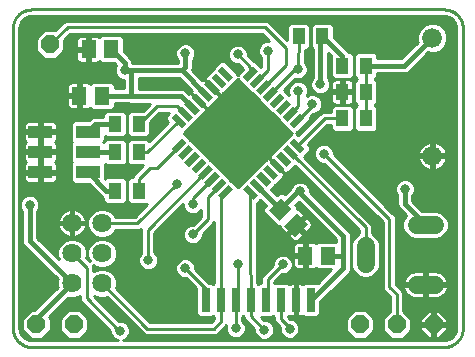
<source format=gtl>
G75*
%MOIN*%
%OFA0B0*%
%FSLAX25Y25*%
%IPPOS*%
%LPD*%
%AMOC8*
5,1,8,0,0,1.08239X$1,22.5*
%
%ADD10C,0.01000*%
%ADD11R,0.05118X0.05906*%
%ADD12R,0.05000X0.02200*%
%ADD13R,0.02200X0.05000*%
%ADD14R,0.02992X0.08071*%
%ADD15C,0.06600*%
%ADD16C,0.06000*%
%ADD17R,0.04331X0.05512*%
%ADD18C,0.06400*%
%ADD19OC8,0.06000*%
%ADD20R,0.07874X0.04331*%
%ADD21C,0.03200*%
%ADD22C,0.01600*%
D10*
X0030024Y0051683D02*
X0167524Y0051683D01*
X0167524Y0053883D02*
X0060333Y0053883D01*
X0061393Y0054322D01*
X0062321Y0055251D01*
X0062824Y0056464D01*
X0062824Y0057776D01*
X0062321Y0058989D01*
X0061393Y0059918D01*
X0060180Y0060420D01*
X0059140Y0060420D01*
X0050804Y0068756D01*
X0052549Y0068033D01*
X0054499Y0068033D01*
X0055074Y0068272D01*
X0066446Y0056900D01*
X0067735Y0055611D01*
X0091642Y0055611D01*
X0094008Y0057978D01*
X0094975Y0058945D01*
X0094817Y0058563D01*
X0094817Y0057250D01*
X0095320Y0056038D01*
X0096248Y0055109D01*
X0097461Y0054607D01*
X0098774Y0054607D01*
X0099987Y0055109D01*
X0100915Y0056038D01*
X0101417Y0057250D01*
X0101417Y0058563D01*
X0100915Y0059776D01*
X0100317Y0060374D01*
X0100317Y0061676D01*
X0100597Y0061956D01*
X0100897Y0061656D01*
X0100897Y0061027D01*
X0102186Y0059738D01*
X0104303Y0057621D01*
X0104303Y0056776D01*
X0104805Y0055563D01*
X0105734Y0054635D01*
X0106946Y0054133D01*
X0108259Y0054133D01*
X0109472Y0054635D01*
X0110400Y0055563D01*
X0110903Y0056776D01*
X0110903Y0058089D01*
X0110400Y0059302D01*
X0109472Y0060230D01*
X0108259Y0060733D01*
X0107414Y0060733D01*
X0106490Y0061656D01*
X0110297Y0061656D01*
X0110597Y0061956D01*
X0110857Y0061696D01*
X0110857Y0060197D01*
X0112721Y0058333D01*
X0112721Y0057132D01*
X0113224Y0055919D01*
X0114152Y0054991D01*
X0115365Y0054488D01*
X0116678Y0054488D01*
X0117891Y0054991D01*
X0118819Y0055919D01*
X0119321Y0057132D01*
X0119321Y0058445D01*
X0118819Y0059658D01*
X0117891Y0060586D01*
X0116678Y0061088D01*
X0116189Y0061088D01*
X0115459Y0061818D01*
X0115754Y0062113D01*
X0116022Y0061959D01*
X0116403Y0061856D01*
X0117849Y0061856D01*
X0117849Y0067144D01*
X0118345Y0067144D01*
X0118345Y0061856D01*
X0119791Y0061856D01*
X0120172Y0061959D01*
X0120440Y0062113D01*
X0120897Y0061656D01*
X0125297Y0061656D01*
X0126293Y0062652D01*
X0126293Y0066951D01*
X0128544Y0069046D01*
X0128587Y0069064D01*
X0128907Y0069384D01*
X0129238Y0069692D01*
X0129257Y0069734D01*
X0136025Y0076501D01*
X0136405Y0077420D01*
X0136405Y0089257D01*
X0136025Y0090176D01*
X0135321Y0090880D01*
X0122832Y0103369D01*
X0122832Y0104199D01*
X0122329Y0105412D01*
X0121401Y0106340D01*
X0120188Y0106842D01*
X0118875Y0106842D01*
X0117663Y0106340D01*
X0116734Y0105412D01*
X0116362Y0104512D01*
X0114445Y0102595D01*
X0113905Y0103135D01*
X0112497Y0103135D01*
X0111679Y0102317D01*
X0109838Y0104157D01*
X0111305Y0105624D01*
X0113856Y0108175D01*
X0113856Y0108458D01*
X0114631Y0109233D01*
X0111838Y0112026D01*
X0111909Y0112096D01*
X0114702Y0109303D01*
X0115476Y0110078D01*
X0115759Y0110078D01*
X0117706Y0112025D01*
X0139132Y0090599D01*
X0139132Y0089599D01*
X0138670Y0089407D01*
X0137348Y0088085D01*
X0136632Y0086358D01*
X0136632Y0078488D01*
X0137348Y0076760D01*
X0138670Y0075438D01*
X0140397Y0074723D01*
X0142267Y0074723D01*
X0143995Y0075438D01*
X0145317Y0076760D01*
X0146032Y0078488D01*
X0146032Y0086358D01*
X0145317Y0088085D01*
X0143995Y0089407D01*
X0143532Y0089599D01*
X0143532Y0092422D01*
X0142244Y0093710D01*
X0120817Y0115137D01*
X0122765Y0117084D01*
X0122765Y0118492D01*
X0122055Y0119202D01*
X0128586Y0125733D01*
X0129722Y0125733D01*
X0129722Y0124473D01*
X0130718Y0123477D01*
X0136457Y0123477D01*
X0137452Y0124473D01*
X0137452Y0131393D01*
X0136457Y0132389D01*
X0130718Y0132389D01*
X0129722Y0131393D01*
X0129722Y0130133D01*
X0126763Y0130133D01*
X0118943Y0122313D01*
X0118324Y0122933D01*
X0122765Y0127374D01*
X0122765Y0128223D01*
X0123885Y0129343D01*
X0124240Y0129343D01*
X0125453Y0129846D01*
X0126381Y0130774D01*
X0126884Y0131987D01*
X0126884Y0133300D01*
X0126381Y0134513D01*
X0125453Y0135441D01*
X0124240Y0135943D01*
X0122927Y0135943D01*
X0121813Y0135482D01*
X0122202Y0136420D01*
X0122202Y0137733D01*
X0121699Y0138946D01*
X0120771Y0139874D01*
X0119558Y0140377D01*
X0118245Y0140377D01*
X0117032Y0139874D01*
X0116104Y0138946D01*
X0115602Y0137733D01*
X0115602Y0136420D01*
X0115937Y0135610D01*
X0114136Y0137411D01*
X0117758Y0141032D01*
X0118118Y0140883D01*
X0119431Y0140883D01*
X0120643Y0141385D01*
X0121572Y0142314D01*
X0122074Y0143527D01*
X0122074Y0144839D01*
X0123774Y0144839D01*
X0123774Y0143841D02*
X0122074Y0143841D01*
X0122074Y0144839D02*
X0121572Y0146052D01*
X0121185Y0146439D01*
X0121235Y0150727D01*
X0121957Y0150727D01*
X0122952Y0151723D01*
X0122952Y0158643D01*
X0121957Y0159639D01*
X0116218Y0159639D01*
X0115222Y0158643D01*
X0115222Y0153978D01*
X0108692Y0160508D01*
X0041149Y0160508D01*
X0037863Y0157222D01*
X0034327Y0157222D01*
X0031574Y0154468D01*
X0031574Y0150575D01*
X0034327Y0147822D01*
X0038221Y0147822D01*
X0040974Y0150575D01*
X0040974Y0154110D01*
X0042972Y0156108D01*
X0106869Y0156108D01*
X0109249Y0153728D01*
X0108168Y0153728D01*
X0106956Y0153226D01*
X0106027Y0152297D01*
X0105525Y0151084D01*
X0105525Y0149772D01*
X0106027Y0148559D01*
X0106625Y0147961D01*
X0106625Y0145031D01*
X0106571Y0144976D01*
X0104623Y0146924D01*
X0104145Y0146924D01*
X0103841Y0147228D01*
X0102074Y0148994D01*
X0102074Y0149839D01*
X0101572Y0151052D01*
X0100643Y0151981D01*
X0099431Y0152483D01*
X0098118Y0152483D01*
X0096905Y0151981D01*
X0095977Y0151052D01*
X0095474Y0149839D01*
X0095474Y0148527D01*
X0095977Y0147314D01*
X0096905Y0146385D01*
X0098118Y0145883D01*
X0098963Y0145883D01*
X0100569Y0144277D01*
X0098774Y0142483D01*
X0094333Y0146924D01*
X0092925Y0146924D01*
X0090698Y0144697D01*
X0088146Y0142145D01*
X0088146Y0141862D01*
X0087372Y0141088D01*
X0090165Y0138295D01*
X0090094Y0138224D01*
X0087301Y0141017D01*
X0086959Y0140675D01*
X0083557Y0144076D01*
X0083774Y0144599D01*
X0083774Y0147469D01*
X0084072Y0147766D01*
X0084574Y0148979D01*
X0084574Y0150292D01*
X0084072Y0151505D01*
X0083143Y0152433D01*
X0081931Y0152936D01*
X0080618Y0152936D01*
X0079405Y0152433D01*
X0078477Y0151505D01*
X0077974Y0150292D01*
X0077974Y0148979D01*
X0078477Y0147766D01*
X0078774Y0147469D01*
X0078774Y0146460D01*
X0063542Y0146460D01*
X0063542Y0146884D01*
X0063161Y0147803D01*
X0062458Y0148506D01*
X0060738Y0150226D01*
X0060738Y0154607D01*
X0059742Y0155602D01*
X0053216Y0155602D01*
X0052597Y0154984D01*
X0052479Y0155103D01*
X0052137Y0155300D01*
X0051755Y0155402D01*
X0049499Y0155402D01*
X0049499Y0151450D01*
X0048499Y0151450D01*
X0048499Y0155402D01*
X0046242Y0155402D01*
X0045861Y0155300D01*
X0045519Y0155103D01*
X0045239Y0154823D01*
X0045042Y0154481D01*
X0044940Y0154100D01*
X0044940Y0151450D01*
X0048499Y0151450D01*
X0048499Y0150450D01*
X0049499Y0150450D01*
X0049499Y0146497D01*
X0051755Y0146497D01*
X0052137Y0146599D01*
X0052479Y0146797D01*
X0052597Y0146915D01*
X0053216Y0146297D01*
X0057596Y0146297D01*
X0058191Y0145702D01*
X0057742Y0144617D01*
X0057742Y0143304D01*
X0058244Y0142091D01*
X0059172Y0141163D01*
X0060385Y0140660D01*
X0060668Y0140660D01*
X0060668Y0137918D01*
X0057708Y0137918D01*
X0057708Y0139075D01*
X0056712Y0140071D01*
X0050185Y0140071D01*
X0049567Y0139453D01*
X0049448Y0139571D01*
X0049106Y0139769D01*
X0048725Y0139871D01*
X0046468Y0139871D01*
X0046468Y0135918D01*
X0045468Y0135918D01*
X0045468Y0134918D01*
X0041909Y0134918D01*
X0041909Y0132268D01*
X0042011Y0131887D01*
X0042209Y0131544D01*
X0042488Y0131265D01*
X0042830Y0131068D01*
X0043212Y0130966D01*
X0045468Y0130966D01*
X0045468Y0134918D01*
X0046468Y0134918D01*
X0046468Y0130966D01*
X0048725Y0130966D01*
X0049106Y0131068D01*
X0049448Y0131265D01*
X0049567Y0131384D01*
X0050185Y0130766D01*
X0056712Y0130766D01*
X0057708Y0131761D01*
X0057708Y0132918D01*
X0062316Y0132918D01*
X0062671Y0132771D01*
X0069386Y0132771D01*
X0067056Y0130441D01*
X0062842Y0130441D01*
X0061846Y0129445D01*
X0061846Y0122525D01*
X0062842Y0121529D01*
X0068581Y0121529D01*
X0069577Y0122525D01*
X0069577Y0126739D01*
X0072653Y0129816D01*
X0075817Y0129816D01*
X0074784Y0128782D01*
X0074784Y0127374D01*
X0075494Y0126664D01*
X0069251Y0120421D01*
X0068581Y0121091D01*
X0062842Y0121091D01*
X0061846Y0120095D01*
X0061846Y0113175D01*
X0062842Y0112179D01*
X0067241Y0112179D01*
X0063511Y0108449D01*
X0063511Y0108248D01*
X0062842Y0108248D01*
X0061846Y0107252D01*
X0061846Y0100332D01*
X0062842Y0099336D01*
X0068558Y0099336D01*
X0064355Y0095133D01*
X0057917Y0095133D01*
X0057678Y0095709D01*
X0056300Y0097087D01*
X0054499Y0097833D01*
X0052549Y0097833D01*
X0050749Y0097087D01*
X0049370Y0095709D01*
X0048624Y0093908D01*
X0048624Y0091958D01*
X0049370Y0090157D01*
X0050749Y0088779D01*
X0052549Y0088033D01*
X0054499Y0088033D01*
X0056300Y0088779D01*
X0057678Y0090157D01*
X0057917Y0090733D01*
X0066177Y0090733D01*
X0066574Y0091130D01*
X0066574Y0082848D01*
X0066152Y0082426D01*
X0065649Y0081213D01*
X0065649Y0079900D01*
X0066152Y0078687D01*
X0067080Y0077759D01*
X0068293Y0077256D01*
X0069606Y0077256D01*
X0070818Y0077759D01*
X0071747Y0078687D01*
X0072249Y0079900D01*
X0072249Y0081213D01*
X0071747Y0082426D01*
X0070974Y0083198D01*
X0070974Y0089795D01*
X0080474Y0099295D01*
X0080474Y0098527D01*
X0080977Y0097314D01*
X0081905Y0096385D01*
X0083118Y0095883D01*
X0084431Y0095883D01*
X0085643Y0096385D01*
X0086572Y0097314D01*
X0086574Y0097320D01*
X0086574Y0095094D01*
X0083963Y0092483D01*
X0083118Y0092483D01*
X0081905Y0091981D01*
X0080977Y0091052D01*
X0080474Y0089839D01*
X0080474Y0088527D01*
X0080977Y0087314D01*
X0081905Y0086385D01*
X0083118Y0085883D01*
X0084431Y0085883D01*
X0085643Y0086385D01*
X0086572Y0087314D01*
X0087074Y0088527D01*
X0087074Y0089372D01*
X0090897Y0093195D01*
X0090897Y0073127D01*
X0090897Y0073127D01*
X0090597Y0072827D01*
X0090297Y0073127D01*
X0089191Y0073127D01*
X0084574Y0077744D01*
X0084574Y0078589D01*
X0084072Y0079802D01*
X0083143Y0080731D01*
X0081931Y0081233D01*
X0080618Y0081233D01*
X0079405Y0080731D01*
X0078477Y0079802D01*
X0077974Y0078589D01*
X0077974Y0077277D01*
X0078477Y0076064D01*
X0079405Y0075135D01*
X0080618Y0074633D01*
X0081463Y0074633D01*
X0084901Y0071195D01*
X0084901Y0062652D01*
X0085897Y0061656D01*
X0090297Y0061656D01*
X0090597Y0061956D01*
X0090897Y0061656D01*
X0090897Y0061089D01*
X0089819Y0060011D01*
X0069557Y0060011D01*
X0058186Y0071383D01*
X0058424Y0071958D01*
X0058424Y0073908D01*
X0057678Y0075709D01*
X0056300Y0077087D01*
X0054499Y0077833D01*
X0052549Y0077833D01*
X0050749Y0077087D01*
X0050663Y0077002D01*
X0050663Y0078864D01*
X0050749Y0078779D01*
X0052549Y0078033D01*
X0054499Y0078033D01*
X0056300Y0078779D01*
X0057678Y0080157D01*
X0058424Y0081958D01*
X0058424Y0083908D01*
X0057678Y0085709D01*
X0056300Y0087087D01*
X0054499Y0087833D01*
X0052549Y0087833D01*
X0050749Y0087087D01*
X0049370Y0085709D01*
X0048624Y0083908D01*
X0048624Y0081958D01*
X0049341Y0080227D01*
X0048186Y0081383D01*
X0048424Y0081958D01*
X0048424Y0083908D01*
X0047678Y0085709D01*
X0046300Y0087087D01*
X0044499Y0087833D01*
X0042549Y0087833D01*
X0040749Y0087087D01*
X0039370Y0085709D01*
X0038624Y0083908D01*
X0038624Y0081958D01*
X0039041Y0080952D01*
X0031847Y0088146D01*
X0031847Y0096889D01*
X0032145Y0097186D01*
X0032647Y0098399D01*
X0032647Y0099712D01*
X0032145Y0100925D01*
X0031216Y0101853D01*
X0030003Y0102356D01*
X0028691Y0102356D01*
X0027478Y0101853D01*
X0026549Y0100925D01*
X0026047Y0099712D01*
X0026047Y0098399D01*
X0026549Y0097186D01*
X0026847Y0096889D01*
X0026847Y0086613D01*
X0027228Y0085694D01*
X0038738Y0074183D01*
X0038624Y0073908D01*
X0038624Y0071958D01*
X0038738Y0071683D01*
X0030939Y0063883D01*
X0029709Y0063883D01*
X0026955Y0061130D01*
X0026955Y0057236D01*
X0029709Y0054483D01*
X0033602Y0054483D01*
X0036355Y0057236D01*
X0036355Y0061130D01*
X0035806Y0061679D01*
X0042274Y0068147D01*
X0042549Y0068033D01*
X0044499Y0068033D01*
X0046263Y0068764D01*
X0046263Y0067075D01*
X0056224Y0057114D01*
X0056224Y0056464D01*
X0056726Y0055251D01*
X0057655Y0054322D01*
X0058715Y0053883D01*
X0030024Y0053883D01*
X0029234Y0053961D01*
X0027774Y0054566D01*
X0026657Y0055683D01*
X0026052Y0057143D01*
X0025974Y0057933D01*
X0025974Y0157933D01*
X0026052Y0158723D01*
X0026657Y0160183D01*
X0027774Y0161301D01*
X0029234Y0161905D01*
X0030024Y0161983D01*
X0167524Y0161983D01*
X0168314Y0161905D01*
X0169774Y0161301D01*
X0170892Y0160183D01*
X0171496Y0158723D01*
X0171574Y0157933D01*
X0171574Y0057933D01*
X0171496Y0057143D01*
X0170892Y0055683D01*
X0169774Y0054566D01*
X0168314Y0053961D01*
X0167524Y0053883D01*
X0168348Y0053975D02*
X0060554Y0053975D01*
X0062044Y0054973D02*
X0096577Y0054973D01*
X0095386Y0055972D02*
X0092002Y0055972D01*
X0093001Y0056970D02*
X0094933Y0056970D01*
X0094817Y0057969D02*
X0093999Y0057969D01*
X0093097Y0060178D02*
X0093097Y0067392D01*
X0093097Y0101666D01*
X0094619Y0103188D01*
X0092392Y0105415D02*
X0088774Y0101798D01*
X0088774Y0094183D01*
X0083774Y0089183D01*
X0086825Y0087924D02*
X0090897Y0087924D01*
X0090897Y0086926D02*
X0086184Y0086926D01*
X0084537Y0085927D02*
X0090897Y0085927D01*
X0090897Y0084929D02*
X0070974Y0084929D01*
X0070974Y0085927D02*
X0083012Y0085927D01*
X0081365Y0086926D02*
X0070974Y0086926D01*
X0070974Y0087924D02*
X0080724Y0087924D01*
X0080474Y0088923D02*
X0070974Y0088923D01*
X0071101Y0089921D02*
X0080508Y0089921D01*
X0080922Y0090920D02*
X0072099Y0090920D01*
X0073098Y0091918D02*
X0081842Y0091918D01*
X0084396Y0092917D02*
X0074096Y0092917D01*
X0075095Y0093915D02*
X0085395Y0093915D01*
X0086393Y0094914D02*
X0076093Y0094914D01*
X0077092Y0095912D02*
X0083048Y0095912D01*
X0084501Y0095912D02*
X0086574Y0095912D01*
X0086574Y0096911D02*
X0086169Y0096911D01*
X0083774Y0099183D02*
X0083774Y0101252D01*
X0090165Y0107642D01*
X0087938Y0109869D02*
X0068774Y0090706D01*
X0068774Y0080731D01*
X0068949Y0080556D01*
X0071241Y0082931D02*
X0090897Y0082931D01*
X0090897Y0081933D02*
X0071951Y0081933D01*
X0072249Y0080934D02*
X0079897Y0080934D01*
X0078610Y0079936D02*
X0072249Y0079936D01*
X0071850Y0078937D02*
X0078118Y0078937D01*
X0077974Y0077939D02*
X0070999Y0077939D01*
X0066900Y0077939D02*
X0050663Y0077939D01*
X0048463Y0077994D02*
X0048463Y0067986D01*
X0059329Y0057120D01*
X0059524Y0057120D01*
X0062620Y0055972D02*
X0067374Y0055972D01*
X0066376Y0056970D02*
X0062824Y0056970D01*
X0062744Y0057969D02*
X0065377Y0057969D01*
X0064379Y0058967D02*
X0062331Y0058967D01*
X0063380Y0059966D02*
X0061277Y0059966D01*
X0062382Y0060964D02*
X0058596Y0060964D01*
X0057598Y0061963D02*
X0061383Y0061963D01*
X0060385Y0062961D02*
X0056599Y0062961D01*
X0055601Y0063960D02*
X0059386Y0063960D01*
X0058388Y0064958D02*
X0054602Y0064958D01*
X0053604Y0065957D02*
X0057389Y0065957D01*
X0056391Y0066955D02*
X0052605Y0066955D01*
X0051606Y0067954D02*
X0055392Y0067954D01*
X0058619Y0070949D02*
X0084901Y0070949D01*
X0084901Y0069951D02*
X0059618Y0069951D01*
X0060616Y0068952D02*
X0084901Y0068952D01*
X0084901Y0067954D02*
X0061615Y0067954D01*
X0062613Y0066955D02*
X0084901Y0066955D01*
X0084901Y0065957D02*
X0063612Y0065957D01*
X0064610Y0064958D02*
X0084901Y0064958D01*
X0084901Y0063960D02*
X0065609Y0063960D01*
X0066607Y0062961D02*
X0084901Y0062961D01*
X0085590Y0061963D02*
X0067606Y0061963D01*
X0068604Y0060964D02*
X0090772Y0060964D01*
X0090897Y0061656D02*
X0090897Y0061656D01*
X0093097Y0060178D02*
X0090731Y0057811D01*
X0068646Y0057811D01*
X0053524Y0072933D01*
X0058424Y0072946D02*
X0083150Y0072946D01*
X0084148Y0071948D02*
X0058420Y0071948D01*
X0058409Y0073945D02*
X0082151Y0073945D01*
X0079869Y0074943D02*
X0057995Y0074943D01*
X0057445Y0075942D02*
X0078598Y0075942D01*
X0078113Y0076940D02*
X0056446Y0076940D01*
X0056458Y0078937D02*
X0066048Y0078937D01*
X0065649Y0079936D02*
X0057457Y0079936D01*
X0058000Y0080934D02*
X0065649Y0080934D01*
X0065947Y0081933D02*
X0058414Y0081933D01*
X0058424Y0082931D02*
X0066574Y0082931D01*
X0066574Y0083930D02*
X0058415Y0083930D01*
X0058001Y0084929D02*
X0066574Y0084929D01*
X0066574Y0085927D02*
X0057460Y0085927D01*
X0056461Y0086926D02*
X0066574Y0086926D01*
X0066574Y0087924D02*
X0032069Y0087924D01*
X0031847Y0088923D02*
X0041048Y0088923D01*
X0041061Y0088913D02*
X0041720Y0088577D01*
X0042424Y0088349D01*
X0043138Y0088236D01*
X0043138Y0092547D01*
X0038827Y0092547D01*
X0038940Y0091832D01*
X0039169Y0091129D01*
X0039504Y0090470D01*
X0039939Y0089871D01*
X0040462Y0089348D01*
X0041061Y0088913D01*
X0039903Y0089921D02*
X0031847Y0089921D01*
X0031847Y0090920D02*
X0039275Y0090920D01*
X0038926Y0091918D02*
X0031847Y0091918D01*
X0031847Y0092917D02*
X0043138Y0092917D01*
X0043138Y0092547D02*
X0043138Y0093319D01*
X0038827Y0093319D01*
X0038940Y0094034D01*
X0039169Y0094737D01*
X0039504Y0095396D01*
X0039939Y0095995D01*
X0040462Y0096518D01*
X0041061Y0096953D01*
X0041720Y0097289D01*
X0042424Y0097517D01*
X0043138Y0097631D01*
X0043138Y0093319D01*
X0043910Y0093319D01*
X0043910Y0097631D01*
X0044625Y0097517D01*
X0045328Y0097289D01*
X0045987Y0096953D01*
X0046586Y0096518D01*
X0047109Y0095995D01*
X0047544Y0095396D01*
X0047880Y0094737D01*
X0048108Y0094034D01*
X0048222Y0093319D01*
X0043910Y0093319D01*
X0043910Y0092547D01*
X0043910Y0088236D01*
X0044625Y0088349D01*
X0045328Y0088577D01*
X0045987Y0088913D01*
X0046586Y0089348D01*
X0047109Y0089871D01*
X0047544Y0090470D01*
X0047880Y0091129D01*
X0048108Y0091832D01*
X0048222Y0092547D01*
X0043910Y0092547D01*
X0043138Y0092547D01*
X0043138Y0091918D02*
X0043910Y0091918D01*
X0043910Y0090920D02*
X0043138Y0090920D01*
X0043138Y0089921D02*
X0043910Y0089921D01*
X0043910Y0088923D02*
X0043138Y0088923D01*
X0040587Y0086926D02*
X0033067Y0086926D01*
X0034066Y0085927D02*
X0039588Y0085927D01*
X0039047Y0084929D02*
X0035064Y0084929D01*
X0036063Y0083930D02*
X0038633Y0083930D01*
X0038624Y0082931D02*
X0037061Y0082931D01*
X0038060Y0081933D02*
X0038635Y0081933D01*
X0043524Y0082933D02*
X0048463Y0077994D01*
X0048634Y0080934D02*
X0049048Y0080934D01*
X0048635Y0081933D02*
X0048414Y0081933D01*
X0048424Y0082931D02*
X0048624Y0082931D01*
X0048633Y0083930D02*
X0048415Y0083930D01*
X0048001Y0084929D02*
X0049047Y0084929D01*
X0049588Y0085927D02*
X0047460Y0085927D01*
X0046461Y0086926D02*
X0050587Y0086926D01*
X0050605Y0088923D02*
X0046000Y0088923D01*
X0047145Y0089921D02*
X0049607Y0089921D01*
X0049054Y0090920D02*
X0047773Y0090920D01*
X0048122Y0091918D02*
X0048641Y0091918D01*
X0048624Y0092917D02*
X0043910Y0092917D01*
X0043910Y0093915D02*
X0043138Y0093915D01*
X0043138Y0094914D02*
X0043910Y0094914D01*
X0043910Y0095912D02*
X0043138Y0095912D01*
X0043138Y0096911D02*
X0043910Y0096911D01*
X0046046Y0096911D02*
X0050572Y0096911D01*
X0049574Y0095912D02*
X0047169Y0095912D01*
X0047790Y0094914D02*
X0049041Y0094914D01*
X0048627Y0093915D02*
X0048127Y0093915D01*
X0053524Y0092933D02*
X0065266Y0092933D01*
X0078505Y0106172D01*
X0071671Y0111419D02*
X0079029Y0118778D01*
X0081873Y0121873D02*
X0115675Y0121873D01*
X0114677Y0120875D02*
X0082872Y0120875D01*
X0082950Y0120796D02*
X0080814Y0122933D01*
X0083275Y0125394D01*
X0085502Y0127621D01*
X0087729Y0129848D01*
X0087729Y0130131D01*
X0088504Y0130906D01*
X0085711Y0133699D01*
X0085781Y0133770D01*
X0088574Y0130977D01*
X0089349Y0131751D01*
X0089632Y0131751D01*
X0092183Y0134303D01*
X0092183Y0134585D01*
X0092958Y0135360D01*
X0090165Y0138153D01*
X0090235Y0138224D01*
X0093028Y0135431D01*
X0093803Y0136205D01*
X0094086Y0136205D01*
X0096637Y0138757D01*
X0098774Y0140894D01*
X0101235Y0138432D01*
X0103462Y0136205D01*
X0105689Y0133978D01*
X0107917Y0131751D01*
X0110144Y0129524D01*
X0112371Y0127297D01*
X0114598Y0125070D01*
X0116735Y0122933D01*
X0114274Y0120472D01*
X0112046Y0118245D01*
X0109819Y0116018D01*
X0109819Y0115735D01*
X0109045Y0114960D01*
X0111838Y0112167D01*
X0111767Y0112097D01*
X0108974Y0114890D01*
X0108199Y0114115D01*
X0107917Y0114115D01*
X0105365Y0111564D01*
X0103138Y0109336D01*
X0100911Y0107109D01*
X0098774Y0104973D01*
X0096637Y0107109D01*
X0096637Y0107109D01*
X0094086Y0109661D01*
X0091859Y0111888D01*
X0089632Y0114115D01*
X0087405Y0116342D01*
X0085177Y0118569D01*
X0082950Y0120796D01*
X0083870Y0119876D02*
X0113678Y0119876D01*
X0112680Y0118878D02*
X0084869Y0118878D01*
X0085867Y0117879D02*
X0111681Y0117879D01*
X0110682Y0116881D02*
X0086866Y0116881D01*
X0087864Y0115882D02*
X0109819Y0115882D01*
X0109121Y0114884D02*
X0108980Y0114884D01*
X0108968Y0114884D02*
X0088863Y0114884D01*
X0089861Y0113885D02*
X0107687Y0113885D01*
X0106688Y0112887D02*
X0090860Y0112887D01*
X0091858Y0111888D02*
X0105690Y0111888D01*
X0104691Y0110890D02*
X0092857Y0110890D01*
X0093855Y0109891D02*
X0103693Y0109891D01*
X0102694Y0108893D02*
X0094854Y0108893D01*
X0095852Y0107894D02*
X0101696Y0107894D01*
X0100911Y0107109D02*
X0100911Y0107109D01*
X0100697Y0106896D02*
X0096851Y0106896D01*
X0097849Y0105897D02*
X0099699Y0105897D01*
X0102929Y0103188D02*
X0102929Y0084528D01*
X0103097Y0067392D01*
X0103097Y0061938D01*
X0107603Y0057433D01*
X0109810Y0054973D02*
X0114194Y0054973D01*
X0113202Y0055972D02*
X0110570Y0055972D01*
X0110903Y0056970D02*
X0112788Y0056970D01*
X0112721Y0057969D02*
X0110903Y0057969D01*
X0110539Y0058967D02*
X0112087Y0058967D01*
X0111089Y0059966D02*
X0109737Y0059966D01*
X0110857Y0060964D02*
X0107182Y0060964D01*
X0103955Y0057969D02*
X0101417Y0057969D01*
X0101301Y0056970D02*
X0104303Y0056970D01*
X0104636Y0055972D02*
X0100849Y0055972D01*
X0099658Y0054973D02*
X0105395Y0054973D01*
X0102957Y0058967D02*
X0101250Y0058967D01*
X0100725Y0059966D02*
X0101958Y0059966D01*
X0100960Y0060964D02*
X0100317Y0060964D01*
X0100897Y0061656D02*
X0100897Y0061656D01*
X0098117Y0061386D02*
X0098117Y0057907D01*
X0098117Y0061386D02*
X0098097Y0061407D01*
X0098097Y0067392D01*
X0098774Y0068069D01*
X0098774Y0079183D01*
X0105184Y0078937D02*
X0110417Y0078937D01*
X0110474Y0078994D02*
X0106574Y0075094D01*
X0106574Y0073127D01*
X0105897Y0073127D01*
X0105597Y0072827D01*
X0105297Y0073127D01*
X0105241Y0073127D01*
X0105129Y0084539D01*
X0105129Y0099448D01*
X0106303Y0100622D01*
X0108143Y0098781D01*
X0107325Y0097963D01*
X0107325Y0096555D01*
X0111940Y0091940D01*
X0112815Y0091940D01*
X0112815Y0091772D01*
X0112917Y0091391D01*
X0113114Y0091049D01*
X0114710Y0089453D01*
X0117505Y0092248D01*
X0118212Y0091541D01*
X0115417Y0088746D01*
X0117013Y0087150D01*
X0117355Y0086953D01*
X0117736Y0086851D01*
X0118131Y0086851D01*
X0118513Y0086953D01*
X0118855Y0087150D01*
X0120729Y0089024D01*
X0118212Y0091541D01*
X0118919Y0092248D01*
X0118212Y0092955D01*
X0121007Y0095750D01*
X0119411Y0097346D01*
X0119069Y0097543D01*
X0118688Y0097645D01*
X0118520Y0097645D01*
X0118520Y0098520D01*
X0117980Y0099060D01*
X0119025Y0100105D01*
X0131405Y0087725D01*
X0131405Y0086826D01*
X0125451Y0086826D01*
X0124833Y0086208D01*
X0124714Y0086326D01*
X0124372Y0086524D01*
X0123990Y0086626D01*
X0121734Y0086626D01*
X0121734Y0082673D01*
X0120734Y0082673D01*
X0120734Y0081673D01*
X0121734Y0081673D01*
X0121734Y0077720D01*
X0123990Y0077720D01*
X0124372Y0077823D01*
X0124714Y0078020D01*
X0124833Y0078139D01*
X0125451Y0077520D01*
X0129973Y0077520D01*
X0125438Y0072986D01*
X0125297Y0073127D01*
X0120897Y0073127D01*
X0120440Y0072670D01*
X0120172Y0072825D01*
X0119791Y0072927D01*
X0118345Y0072927D01*
X0118345Y0067640D01*
X0117849Y0067640D01*
X0117849Y0072927D01*
X0116403Y0072927D01*
X0116022Y0072825D01*
X0115754Y0072670D01*
X0115297Y0073127D01*
X0110974Y0073127D01*
X0110974Y0073272D01*
X0113585Y0075883D01*
X0114431Y0075883D01*
X0115643Y0076385D01*
X0116572Y0077314D01*
X0117074Y0078527D01*
X0117074Y0079839D01*
X0116572Y0081052D01*
X0115643Y0081981D01*
X0114431Y0082483D01*
X0113118Y0082483D01*
X0111905Y0081981D01*
X0110977Y0081052D01*
X0110474Y0079839D01*
X0110474Y0078994D01*
X0110514Y0079936D02*
X0105174Y0079936D01*
X0105165Y0080934D02*
X0110928Y0080934D01*
X0111857Y0081933D02*
X0105155Y0081933D01*
X0105145Y0082931D02*
X0117175Y0082931D01*
X0117175Y0082673D02*
X0120734Y0082673D01*
X0120734Y0086626D01*
X0118477Y0086626D01*
X0118096Y0086524D01*
X0117754Y0086326D01*
X0117475Y0086047D01*
X0117277Y0085705D01*
X0117175Y0085323D01*
X0117175Y0082673D01*
X0117175Y0081673D02*
X0117175Y0079023D01*
X0117277Y0078641D01*
X0117475Y0078299D01*
X0117754Y0078020D01*
X0118096Y0077823D01*
X0118477Y0077720D01*
X0120734Y0077720D01*
X0120734Y0081673D01*
X0117175Y0081673D01*
X0117175Y0080934D02*
X0116621Y0080934D01*
X0117034Y0079936D02*
X0117175Y0079936D01*
X0117198Y0078937D02*
X0117074Y0078937D01*
X0116831Y0077939D02*
X0117895Y0077939D01*
X0116198Y0076940D02*
X0129393Y0076940D01*
X0128394Y0075942D02*
X0114573Y0075942D01*
X0112646Y0074943D02*
X0127396Y0074943D01*
X0126397Y0073945D02*
X0111647Y0073945D01*
X0108774Y0074183D02*
X0113774Y0079183D01*
X0115691Y0081933D02*
X0120734Y0081933D01*
X0120734Y0082931D02*
X0121734Y0082931D01*
X0121734Y0083930D02*
X0120734Y0083930D01*
X0120734Y0084929D02*
X0121734Y0084929D01*
X0121734Y0085927D02*
X0120734Y0085927D01*
X0119628Y0087924D02*
X0131206Y0087924D01*
X0131405Y0086926D02*
X0118411Y0086926D01*
X0117456Y0086926D02*
X0105129Y0086926D01*
X0105129Y0087924D02*
X0116239Y0087924D01*
X0115594Y0088923D02*
X0105129Y0088923D01*
X0105129Y0089921D02*
X0114242Y0089921D01*
X0115178Y0089921D02*
X0116592Y0089921D01*
X0116177Y0090920D02*
X0117591Y0090920D01*
X0117835Y0091918D02*
X0117175Y0091918D01*
X0118589Y0091918D02*
X0119249Y0091918D01*
X0118919Y0092248D02*
X0121436Y0089731D01*
X0123310Y0091605D01*
X0123507Y0091947D01*
X0123609Y0092329D01*
X0123609Y0092724D01*
X0123507Y0093105D01*
X0123310Y0093447D01*
X0121714Y0095043D01*
X0118919Y0092248D01*
X0118251Y0092917D02*
X0119588Y0092917D01*
X0119172Y0093915D02*
X0120586Y0093915D01*
X0120171Y0094914D02*
X0121585Y0094914D01*
X0121844Y0094914D02*
X0124216Y0094914D01*
X0123218Y0095912D02*
X0120845Y0095912D01*
X0119847Y0096911D02*
X0122219Y0096911D01*
X0121221Y0097909D02*
X0118520Y0097909D01*
X0118132Y0098908D02*
X0120222Y0098908D01*
X0119224Y0099906D02*
X0118827Y0099906D01*
X0123299Y0102902D02*
X0126830Y0102902D01*
X0125831Y0103900D02*
X0122832Y0103900D01*
X0122542Y0104899D02*
X0124833Y0104899D01*
X0123834Y0105897D02*
X0121844Y0105897D01*
X0122836Y0106896D02*
X0112577Y0106896D01*
X0113575Y0107894D02*
X0121837Y0107894D01*
X0120839Y0108893D02*
X0114291Y0108893D01*
X0114114Y0109891D02*
X0113972Y0109891D01*
X0113115Y0110890D02*
X0112974Y0110890D01*
X0112117Y0111888D02*
X0111975Y0111888D01*
X0111118Y0112887D02*
X0110977Y0112887D01*
X0110120Y0113885D02*
X0109978Y0113885D01*
X0115289Y0109891D02*
X0119840Y0109891D01*
X0118842Y0110890D02*
X0116571Y0110890D01*
X0117569Y0111888D02*
X0117843Y0111888D01*
X0121070Y0114884D02*
X0124343Y0114884D01*
X0124122Y0115415D02*
X0124625Y0114203D01*
X0125553Y0113274D01*
X0126766Y0112772D01*
X0127611Y0112772D01*
X0147007Y0093375D01*
X0147007Y0070849D01*
X0149551Y0068306D01*
X0149551Y0063630D01*
X0147051Y0061130D01*
X0147051Y0057236D01*
X0149804Y0054483D01*
X0153698Y0054483D01*
X0156451Y0057236D01*
X0156451Y0061130D01*
X0153951Y0063630D01*
X0153951Y0070128D01*
X0151407Y0072671D01*
X0151407Y0095198D01*
X0150119Y0096487D01*
X0130722Y0115883D01*
X0130722Y0116728D01*
X0130220Y0117941D01*
X0129292Y0118869D01*
X0128079Y0119372D01*
X0126766Y0119372D01*
X0125553Y0118869D01*
X0124625Y0117941D01*
X0124122Y0116728D01*
X0124122Y0115415D01*
X0124122Y0115882D02*
X0121563Y0115882D01*
X0122562Y0116881D02*
X0124186Y0116881D01*
X0124599Y0117879D02*
X0122765Y0117879D01*
X0122379Y0118878D02*
X0125573Y0118878D01*
X0123727Y0120875D02*
X0171574Y0120875D01*
X0171574Y0121873D02*
X0124726Y0121873D01*
X0125725Y0122872D02*
X0171574Y0122872D01*
X0171574Y0123870D02*
X0144724Y0123870D01*
X0144331Y0123477D02*
X0145327Y0124473D01*
X0145327Y0131393D01*
X0144412Y0132308D01*
X0145327Y0133223D01*
X0145327Y0140143D01*
X0144412Y0141058D01*
X0145327Y0141973D01*
X0145327Y0142933D01*
X0154811Y0142933D01*
X0155730Y0143314D01*
X0156433Y0144017D01*
X0162293Y0149877D01*
X0162626Y0149739D01*
X0164615Y0149739D01*
X0166452Y0150500D01*
X0167859Y0151907D01*
X0168620Y0153745D01*
X0168620Y0155734D01*
X0167859Y0157571D01*
X0166452Y0158978D01*
X0164615Y0159739D01*
X0162626Y0159739D01*
X0160788Y0158978D01*
X0159381Y0157571D01*
X0158620Y0155734D01*
X0158620Y0153745D01*
X0158758Y0153412D01*
X0153278Y0147933D01*
X0145327Y0147933D01*
X0145327Y0148893D01*
X0144331Y0149889D01*
X0138592Y0149889D01*
X0137596Y0148893D01*
X0137596Y0141973D01*
X0138511Y0141058D01*
X0137596Y0140143D01*
X0137596Y0133223D01*
X0138511Y0132308D01*
X0137596Y0131393D01*
X0137596Y0124473D01*
X0138592Y0123477D01*
X0144331Y0123477D01*
X0145327Y0124869D02*
X0171574Y0124869D01*
X0171574Y0125867D02*
X0145327Y0125867D01*
X0145327Y0126866D02*
X0171574Y0126866D01*
X0171574Y0127864D02*
X0145327Y0127864D01*
X0145327Y0128863D02*
X0171574Y0128863D01*
X0171574Y0129862D02*
X0145327Y0129862D01*
X0145327Y0130860D02*
X0171574Y0130860D01*
X0171574Y0131859D02*
X0144861Y0131859D01*
X0144961Y0132857D02*
X0171574Y0132857D01*
X0171574Y0133856D02*
X0145327Y0133856D01*
X0145327Y0134854D02*
X0171574Y0134854D01*
X0171574Y0135853D02*
X0145327Y0135853D01*
X0145327Y0136851D02*
X0171574Y0136851D01*
X0171574Y0137850D02*
X0145327Y0137850D01*
X0145327Y0138848D02*
X0171574Y0138848D01*
X0171574Y0139847D02*
X0145327Y0139847D01*
X0144625Y0140845D02*
X0171574Y0140845D01*
X0171574Y0141844D02*
X0145197Y0141844D01*
X0145327Y0142842D02*
X0171574Y0142842D01*
X0171574Y0143841D02*
X0156257Y0143841D01*
X0157256Y0144839D02*
X0171574Y0144839D01*
X0171574Y0145838D02*
X0158254Y0145838D01*
X0159253Y0146836D02*
X0171574Y0146836D01*
X0171574Y0147835D02*
X0160251Y0147835D01*
X0161250Y0148833D02*
X0171574Y0148833D01*
X0171574Y0149832D02*
X0164838Y0149832D01*
X0166782Y0150830D02*
X0171574Y0150830D01*
X0171574Y0151829D02*
X0167781Y0151829D01*
X0168240Y0152827D02*
X0171574Y0152827D01*
X0171574Y0153826D02*
X0168620Y0153826D01*
X0168620Y0154824D02*
X0171574Y0154824D01*
X0171574Y0155823D02*
X0168583Y0155823D01*
X0168170Y0156821D02*
X0171574Y0156821D01*
X0171574Y0157820D02*
X0167611Y0157820D01*
X0173774Y0157933D02*
X0173772Y0158089D01*
X0173766Y0158245D01*
X0173757Y0158400D01*
X0173743Y0158555D01*
X0173725Y0158710D01*
X0173704Y0158865D01*
X0173679Y0159018D01*
X0173650Y0159171D01*
X0173617Y0159324D01*
X0173581Y0159475D01*
X0173540Y0159626D01*
X0173496Y0159775D01*
X0173449Y0159924D01*
X0173397Y0160071D01*
X0173342Y0160216D01*
X0173283Y0160361D01*
X0173221Y0160504D01*
X0173155Y0160645D01*
X0173086Y0160784D01*
X0173013Y0160922D01*
X0172937Y0161058D01*
X0172857Y0161192D01*
X0172774Y0161324D01*
X0172688Y0161454D01*
X0172599Y0161581D01*
X0172506Y0161707D01*
X0172410Y0161830D01*
X0172312Y0161950D01*
X0172210Y0162069D01*
X0172106Y0162184D01*
X0171998Y0162297D01*
X0171888Y0162407D01*
X0171775Y0162515D01*
X0171660Y0162619D01*
X0171541Y0162721D01*
X0171421Y0162819D01*
X0171298Y0162915D01*
X0171172Y0163008D01*
X0171045Y0163097D01*
X0170915Y0163183D01*
X0170783Y0163266D01*
X0170649Y0163346D01*
X0170513Y0163422D01*
X0170375Y0163495D01*
X0170236Y0163564D01*
X0170095Y0163630D01*
X0169952Y0163692D01*
X0169807Y0163751D01*
X0169662Y0163806D01*
X0169515Y0163858D01*
X0169366Y0163905D01*
X0169217Y0163949D01*
X0169066Y0163990D01*
X0168915Y0164026D01*
X0168762Y0164059D01*
X0168609Y0164088D01*
X0168456Y0164113D01*
X0168301Y0164134D01*
X0168146Y0164152D01*
X0167991Y0164166D01*
X0167836Y0164175D01*
X0167680Y0164181D01*
X0167524Y0164183D01*
X0030024Y0164183D01*
X0029013Y0161814D02*
X0168535Y0161814D01*
X0170259Y0160815D02*
X0027289Y0160815D01*
X0026505Y0159817D02*
X0040458Y0159817D01*
X0039460Y0158818D02*
X0026091Y0158818D01*
X0025974Y0157820D02*
X0038461Y0157820D01*
X0042060Y0158308D02*
X0036274Y0152522D01*
X0032929Y0155823D02*
X0025974Y0155823D01*
X0025974Y0156821D02*
X0033927Y0156821D01*
X0031930Y0154824D02*
X0025974Y0154824D01*
X0025974Y0153826D02*
X0031574Y0153826D01*
X0031574Y0152827D02*
X0025974Y0152827D01*
X0025974Y0151829D02*
X0031574Y0151829D01*
X0031574Y0150830D02*
X0025974Y0150830D01*
X0025974Y0149832D02*
X0032317Y0149832D01*
X0033316Y0148833D02*
X0025974Y0148833D01*
X0025974Y0147835D02*
X0034314Y0147835D01*
X0038234Y0147835D02*
X0044940Y0147835D01*
X0044940Y0147799D02*
X0045042Y0147418D01*
X0045239Y0147076D01*
X0045519Y0146797D01*
X0045861Y0146599D01*
X0046242Y0146497D01*
X0048499Y0146497D01*
X0048499Y0150450D01*
X0044940Y0150450D01*
X0044940Y0147799D01*
X0044940Y0148833D02*
X0039233Y0148833D01*
X0040231Y0149832D02*
X0044940Y0149832D01*
X0044940Y0151829D02*
X0040974Y0151829D01*
X0040974Y0152827D02*
X0044940Y0152827D01*
X0044940Y0153826D02*
X0040974Y0153826D01*
X0041688Y0154824D02*
X0045240Y0154824D01*
X0042687Y0155823D02*
X0107154Y0155823D01*
X0108153Y0154824D02*
X0060520Y0154824D01*
X0060738Y0153826D02*
X0109151Y0153826D01*
X0106557Y0152827D02*
X0082192Y0152827D01*
X0080356Y0152827D02*
X0060738Y0152827D01*
X0060738Y0151829D02*
X0078800Y0151829D01*
X0078197Y0150830D02*
X0060738Y0150830D01*
X0061132Y0149832D02*
X0077974Y0149832D01*
X0078035Y0148833D02*
X0062131Y0148833D01*
X0062458Y0148506D02*
X0062458Y0148506D01*
X0063129Y0147835D02*
X0078448Y0147835D01*
X0078774Y0146836D02*
X0063542Y0146836D01*
X0058055Y0145838D02*
X0025974Y0145838D01*
X0025974Y0146836D02*
X0045479Y0146836D01*
X0048499Y0146836D02*
X0049499Y0146836D01*
X0049499Y0147835D02*
X0048499Y0147835D01*
X0048499Y0148833D02*
X0049499Y0148833D01*
X0049499Y0149832D02*
X0048499Y0149832D01*
X0048499Y0150830D02*
X0040974Y0150830D01*
X0042060Y0158308D02*
X0107781Y0158308D01*
X0114683Y0151405D01*
X0114683Y0145524D01*
X0107384Y0138224D01*
X0109611Y0135997D02*
X0117797Y0144183D01*
X0118774Y0144183D01*
X0118961Y0144370D01*
X0119087Y0155183D01*
X0115222Y0154824D02*
X0114375Y0154824D01*
X0115222Y0155823D02*
X0113377Y0155823D01*
X0112378Y0156821D02*
X0115222Y0156821D01*
X0115222Y0157820D02*
X0111380Y0157820D01*
X0110381Y0158818D02*
X0115397Y0158818D01*
X0109383Y0159817D02*
X0171043Y0159817D01*
X0171457Y0158818D02*
X0166612Y0158818D01*
X0160628Y0158818D02*
X0130651Y0158818D01*
X0130827Y0158643D02*
X0129831Y0159639D01*
X0124092Y0159639D01*
X0123096Y0158643D01*
X0123096Y0151723D01*
X0123774Y0151045D01*
X0123774Y0141350D01*
X0123477Y0141052D01*
X0122974Y0139839D01*
X0122974Y0138527D01*
X0123477Y0137314D01*
X0124405Y0136385D01*
X0125618Y0135883D01*
X0126931Y0135883D01*
X0128143Y0136385D01*
X0129072Y0137314D01*
X0129574Y0138527D01*
X0129574Y0139839D01*
X0129072Y0141052D01*
X0128774Y0141350D01*
X0128774Y0149835D01*
X0129722Y0148887D01*
X0129722Y0141973D01*
X0130718Y0140977D01*
X0136457Y0140977D01*
X0137452Y0141973D01*
X0137452Y0148893D01*
X0136457Y0149889D01*
X0135741Y0149889D01*
X0135707Y0149973D01*
X0135003Y0150676D01*
X0130827Y0154853D01*
X0130827Y0158643D01*
X0130827Y0157820D02*
X0159630Y0157820D01*
X0159071Y0156821D02*
X0130827Y0156821D01*
X0130827Y0155823D02*
X0158657Y0155823D01*
X0158620Y0154824D02*
X0130855Y0154824D01*
X0131854Y0153826D02*
X0158620Y0153826D01*
X0158173Y0152827D02*
X0132852Y0152827D01*
X0133851Y0151829D02*
X0157174Y0151829D01*
X0156176Y0150830D02*
X0134850Y0150830D01*
X0135003Y0150676D02*
X0135003Y0150676D01*
X0136514Y0149832D02*
X0138534Y0149832D01*
X0137596Y0148833D02*
X0137452Y0148833D01*
X0137452Y0147835D02*
X0137596Y0147835D01*
X0137596Y0146836D02*
X0137452Y0146836D01*
X0137452Y0145838D02*
X0137596Y0145838D01*
X0137596Y0144839D02*
X0137452Y0144839D01*
X0137452Y0143841D02*
X0137596Y0143841D01*
X0137596Y0142842D02*
X0137452Y0142842D01*
X0137323Y0141844D02*
X0137725Y0141844D01*
X0138298Y0140845D02*
X0136300Y0140845D01*
X0136331Y0140837D02*
X0135950Y0140939D01*
X0134087Y0140939D01*
X0134087Y0137183D01*
X0133087Y0137183D01*
X0133087Y0136183D01*
X0129922Y0136183D01*
X0129922Y0133730D01*
X0130024Y0133348D01*
X0130222Y0133006D01*
X0130501Y0132727D01*
X0130843Y0132529D01*
X0131224Y0132427D01*
X0133087Y0132427D01*
X0133087Y0136183D01*
X0134087Y0136183D01*
X0134087Y0132427D01*
X0135950Y0132427D01*
X0136331Y0132529D01*
X0136674Y0132727D01*
X0136953Y0133006D01*
X0137150Y0133348D01*
X0137252Y0133730D01*
X0137252Y0136183D01*
X0134087Y0136183D01*
X0134087Y0137183D01*
X0137252Y0137183D01*
X0137252Y0139636D01*
X0137150Y0140018D01*
X0136953Y0140360D01*
X0136674Y0140639D01*
X0136331Y0140837D01*
X0137196Y0139847D02*
X0137596Y0139847D01*
X0137596Y0138848D02*
X0137252Y0138848D01*
X0137252Y0137850D02*
X0137596Y0137850D01*
X0137596Y0136851D02*
X0134087Y0136851D01*
X0134087Y0135853D02*
X0133087Y0135853D01*
X0133087Y0136851D02*
X0128609Y0136851D01*
X0129294Y0137850D02*
X0129922Y0137850D01*
X0129922Y0137183D02*
X0133087Y0137183D01*
X0133087Y0140939D01*
X0131224Y0140939D01*
X0130843Y0140837D01*
X0130501Y0140639D01*
X0130222Y0140360D01*
X0130024Y0140018D01*
X0129922Y0139636D01*
X0129922Y0137183D01*
X0129922Y0135853D02*
X0124459Y0135853D01*
X0123939Y0136851D02*
X0122202Y0136851D01*
X0122153Y0137850D02*
X0123255Y0137850D01*
X0122974Y0138848D02*
X0121740Y0138848D01*
X0120798Y0139847D02*
X0122977Y0139847D01*
X0123391Y0140845D02*
X0117570Y0140845D01*
X0117005Y0139847D02*
X0116572Y0139847D01*
X0116064Y0138848D02*
X0115573Y0138848D01*
X0115650Y0137850D02*
X0114575Y0137850D01*
X0114696Y0136851D02*
X0115602Y0136851D01*
X0115695Y0135853D02*
X0115837Y0135853D01*
X0118902Y0137077D02*
X0118902Y0131925D01*
X0116292Y0129315D01*
X0118519Y0127088D02*
X0123584Y0132153D01*
X0123584Y0132643D01*
X0126653Y0133856D02*
X0129922Y0133856D01*
X0129922Y0134854D02*
X0126040Y0134854D01*
X0126884Y0132857D02*
X0130371Y0132857D01*
X0130187Y0131859D02*
X0126830Y0131859D01*
X0126417Y0130860D02*
X0129722Y0130860D01*
X0126492Y0129862D02*
X0125469Y0129862D01*
X0125493Y0128863D02*
X0123405Y0128863D01*
X0122765Y0127864D02*
X0124495Y0127864D01*
X0123496Y0126866D02*
X0122257Y0126866D01*
X0122498Y0125867D02*
X0121258Y0125867D01*
X0121499Y0124869D02*
X0120260Y0124869D01*
X0120500Y0123870D02*
X0119261Y0123870D01*
X0119502Y0122872D02*
X0118385Y0122872D01*
X0116674Y0122872D02*
X0080875Y0122872D01*
X0081751Y0123870D02*
X0115797Y0123870D01*
X0114799Y0124869D02*
X0082750Y0124869D01*
X0083748Y0125867D02*
X0113800Y0125867D01*
X0112802Y0126866D02*
X0084747Y0126866D01*
X0085745Y0127864D02*
X0111803Y0127864D01*
X0110805Y0128863D02*
X0086744Y0128863D01*
X0087729Y0129862D02*
X0109806Y0129862D01*
X0108808Y0130860D02*
X0088458Y0130860D01*
X0087692Y0131859D02*
X0087551Y0131859D01*
X0086694Y0132857D02*
X0086552Y0132857D01*
X0085640Y0133770D02*
X0082847Y0136563D01*
X0082423Y0136139D01*
X0081874Y0136687D01*
X0081171Y0137390D01*
X0080252Y0137771D01*
X0065668Y0137771D01*
X0065668Y0141460D01*
X0079102Y0141460D01*
X0083423Y0137139D01*
X0082917Y0136633D01*
X0085710Y0133840D01*
X0085640Y0133770D01*
X0085695Y0133856D02*
X0085554Y0133856D01*
X0084697Y0134854D02*
X0084555Y0134854D01*
X0083698Y0135853D02*
X0083557Y0135853D01*
X0083135Y0136851D02*
X0081710Y0136851D01*
X0082713Y0137850D02*
X0065668Y0137850D01*
X0065668Y0138848D02*
X0081715Y0138848D01*
X0080716Y0139847D02*
X0065668Y0139847D01*
X0065668Y0140845D02*
X0079718Y0140845D01*
X0083793Y0143841D02*
X0089842Y0143841D01*
X0090840Y0144839D02*
X0083774Y0144839D01*
X0083774Y0145838D02*
X0091839Y0145838D01*
X0092837Y0146836D02*
X0083774Y0146836D01*
X0084100Y0147835D02*
X0095761Y0147835D01*
X0095474Y0148833D02*
X0084514Y0148833D01*
X0084574Y0149832D02*
X0095474Y0149832D01*
X0095885Y0150830D02*
X0084351Y0150830D01*
X0083748Y0151829D02*
X0096753Y0151829D01*
X0098774Y0149183D02*
X0102929Y0145028D01*
X0102929Y0142678D01*
X0100132Y0143841D02*
X0097416Y0143841D01*
X0096418Y0144839D02*
X0100007Y0144839D01*
X0099008Y0145838D02*
X0095419Y0145838D01*
X0094421Y0146836D02*
X0096454Y0146836D01*
X0098415Y0142842D02*
X0099134Y0142842D01*
X0098823Y0140845D02*
X0098726Y0140845D01*
X0097727Y0139847D02*
X0099821Y0139847D01*
X0100820Y0138848D02*
X0096729Y0138848D01*
X0095730Y0137850D02*
X0101818Y0137850D01*
X0102817Y0136851D02*
X0094732Y0136851D01*
X0093450Y0135853D02*
X0103815Y0135853D01*
X0104814Y0134854D02*
X0092452Y0134854D01*
X0092465Y0135853D02*
X0092607Y0135853D01*
X0091608Y0136851D02*
X0091467Y0136851D01*
X0090610Y0137850D02*
X0090468Y0137850D01*
X0089611Y0138848D02*
X0089470Y0138848D01*
X0088613Y0139847D02*
X0088471Y0139847D01*
X0087614Y0140845D02*
X0087473Y0140845D01*
X0087129Y0140845D02*
X0086789Y0140845D01*
X0085790Y0141844D02*
X0088128Y0141844D01*
X0088843Y0142842D02*
X0084792Y0142842D01*
X0091736Y0133856D02*
X0105812Y0133856D01*
X0106811Y0132857D02*
X0090738Y0132857D01*
X0089739Y0131859D02*
X0107809Y0131859D01*
X0105156Y0140451D02*
X0108825Y0144119D01*
X0108825Y0150428D01*
X0105833Y0151829D02*
X0100795Y0151829D01*
X0101664Y0150830D02*
X0105525Y0150830D01*
X0105525Y0149832D02*
X0102074Y0149832D01*
X0102235Y0148833D02*
X0105913Y0148833D01*
X0106625Y0147835D02*
X0103234Y0147835D01*
X0104711Y0146836D02*
X0106625Y0146836D01*
X0106625Y0145838D02*
X0105709Y0145838D01*
X0121190Y0146836D02*
X0123774Y0146836D01*
X0123774Y0145838D02*
X0121661Y0145838D01*
X0121202Y0147835D02*
X0123774Y0147835D01*
X0123774Y0148833D02*
X0121213Y0148833D01*
X0121225Y0149832D02*
X0123774Y0149832D01*
X0123774Y0150830D02*
X0122060Y0150830D01*
X0122952Y0151829D02*
X0123096Y0151829D01*
X0123096Y0152827D02*
X0122952Y0152827D01*
X0122952Y0153826D02*
X0123096Y0153826D01*
X0123096Y0154824D02*
X0122952Y0154824D01*
X0122952Y0155823D02*
X0123096Y0155823D01*
X0123096Y0156821D02*
X0122952Y0156821D01*
X0122952Y0157820D02*
X0123096Y0157820D01*
X0123271Y0158818D02*
X0122777Y0158818D01*
X0128774Y0149832D02*
X0128777Y0149832D01*
X0128774Y0148833D02*
X0129722Y0148833D01*
X0129722Y0147835D02*
X0128774Y0147835D01*
X0128774Y0146836D02*
X0129722Y0146836D01*
X0129722Y0145838D02*
X0128774Y0145838D01*
X0128774Y0144839D02*
X0129722Y0144839D01*
X0129722Y0143841D02*
X0128774Y0143841D01*
X0128774Y0142842D02*
X0129722Y0142842D01*
X0129851Y0141844D02*
X0128774Y0141844D01*
X0129158Y0140845D02*
X0130874Y0140845D01*
X0129978Y0139847D02*
X0129571Y0139847D01*
X0129574Y0138848D02*
X0129922Y0138848D01*
X0133087Y0138848D02*
X0134087Y0138848D01*
X0134087Y0137850D02*
X0133087Y0137850D01*
X0133087Y0139847D02*
X0134087Y0139847D01*
X0134087Y0140845D02*
X0133087Y0140845D01*
X0137252Y0135853D02*
X0137596Y0135853D01*
X0137596Y0134854D02*
X0137252Y0134854D01*
X0137252Y0133856D02*
X0137596Y0133856D01*
X0137962Y0132857D02*
X0136804Y0132857D01*
X0136987Y0131859D02*
X0138061Y0131859D01*
X0137596Y0130860D02*
X0137452Y0130860D01*
X0137452Y0129862D02*
X0137596Y0129862D01*
X0137596Y0128863D02*
X0137452Y0128863D01*
X0137452Y0127864D02*
X0137596Y0127864D01*
X0137596Y0126866D02*
X0137452Y0126866D01*
X0137452Y0125867D02*
X0137596Y0125867D01*
X0137596Y0124869D02*
X0137452Y0124869D01*
X0136850Y0123870D02*
X0138198Y0123870D01*
X0141461Y0127933D02*
X0141461Y0136683D01*
X0141461Y0145433D01*
X0145327Y0148833D02*
X0154179Y0148833D01*
X0155177Y0149832D02*
X0144388Y0149832D01*
X0162248Y0149832D02*
X0162402Y0149832D01*
X0173774Y0157933D02*
X0173774Y0057933D01*
X0171574Y0057969D02*
X0168571Y0057969D01*
X0168571Y0057319D02*
X0168571Y0058683D01*
X0164571Y0058683D01*
X0164571Y0054683D01*
X0165935Y0054683D01*
X0168571Y0057319D01*
X0168222Y0056970D02*
X0171425Y0056970D01*
X0171011Y0055972D02*
X0167224Y0055972D01*
X0166225Y0054973D02*
X0170182Y0054973D01*
X0167524Y0051683D02*
X0167680Y0051685D01*
X0167836Y0051691D01*
X0167991Y0051700D01*
X0168146Y0051714D01*
X0168301Y0051732D01*
X0168456Y0051753D01*
X0168609Y0051778D01*
X0168762Y0051807D01*
X0168915Y0051840D01*
X0169066Y0051876D01*
X0169217Y0051917D01*
X0169366Y0051961D01*
X0169515Y0052008D01*
X0169662Y0052060D01*
X0169807Y0052115D01*
X0169952Y0052174D01*
X0170095Y0052236D01*
X0170236Y0052302D01*
X0170375Y0052371D01*
X0170513Y0052444D01*
X0170649Y0052520D01*
X0170783Y0052600D01*
X0170915Y0052683D01*
X0171045Y0052769D01*
X0171172Y0052858D01*
X0171298Y0052951D01*
X0171421Y0053047D01*
X0171541Y0053145D01*
X0171660Y0053247D01*
X0171775Y0053351D01*
X0171888Y0053459D01*
X0171998Y0053569D01*
X0172106Y0053682D01*
X0172210Y0053797D01*
X0172312Y0053916D01*
X0172410Y0054036D01*
X0172506Y0054159D01*
X0172599Y0054285D01*
X0172688Y0054412D01*
X0172774Y0054542D01*
X0172857Y0054674D01*
X0172937Y0054808D01*
X0173013Y0054944D01*
X0173086Y0055082D01*
X0173155Y0055221D01*
X0173221Y0055362D01*
X0173283Y0055505D01*
X0173342Y0055650D01*
X0173397Y0055795D01*
X0173449Y0055942D01*
X0173496Y0056091D01*
X0173540Y0056240D01*
X0173581Y0056391D01*
X0173617Y0056542D01*
X0173650Y0056695D01*
X0173679Y0056848D01*
X0173704Y0057001D01*
X0173725Y0057156D01*
X0173743Y0057311D01*
X0173757Y0057466D01*
X0173766Y0057621D01*
X0173772Y0057777D01*
X0173774Y0057933D01*
X0171574Y0058967D02*
X0164571Y0058967D01*
X0164571Y0058683D02*
X0164571Y0059683D01*
X0168571Y0059683D01*
X0168571Y0061047D01*
X0165935Y0063683D01*
X0164571Y0063683D01*
X0164571Y0059683D01*
X0163571Y0059683D01*
X0163571Y0058683D01*
X0164571Y0058683D01*
X0164571Y0057969D02*
X0163571Y0057969D01*
X0163571Y0058683D02*
X0163571Y0054683D01*
X0162207Y0054683D01*
X0159571Y0057319D01*
X0159571Y0058683D01*
X0163571Y0058683D01*
X0163571Y0058967D02*
X0156451Y0058967D01*
X0156451Y0057969D02*
X0159571Y0057969D01*
X0159920Y0056970D02*
X0156185Y0056970D01*
X0155186Y0055972D02*
X0160918Y0055972D01*
X0161917Y0054973D02*
X0154188Y0054973D01*
X0151751Y0059183D02*
X0151751Y0069217D01*
X0149207Y0071760D01*
X0149207Y0094287D01*
X0127422Y0116072D01*
X0124942Y0113885D02*
X0122069Y0113885D01*
X0123067Y0112887D02*
X0126488Y0112887D01*
X0128495Y0111888D02*
X0124066Y0111888D01*
X0125064Y0110890D02*
X0129493Y0110890D01*
X0130492Y0109891D02*
X0126063Y0109891D01*
X0127061Y0108893D02*
X0131490Y0108893D01*
X0132489Y0107894D02*
X0128060Y0107894D01*
X0129058Y0106896D02*
X0133487Y0106896D01*
X0134486Y0105897D02*
X0130057Y0105897D01*
X0131055Y0104899D02*
X0135484Y0104899D01*
X0136483Y0103900D02*
X0132054Y0103900D01*
X0133052Y0102902D02*
X0137481Y0102902D01*
X0138480Y0101903D02*
X0134051Y0101903D01*
X0135049Y0100905D02*
X0139478Y0100905D01*
X0140477Y0099906D02*
X0136048Y0099906D01*
X0137046Y0098908D02*
X0141475Y0098908D01*
X0142474Y0097909D02*
X0138045Y0097909D01*
X0139043Y0096911D02*
X0143472Y0096911D01*
X0144471Y0095912D02*
X0140042Y0095912D01*
X0141040Y0094914D02*
X0145469Y0094914D01*
X0146468Y0093915D02*
X0142039Y0093915D01*
X0143037Y0092917D02*
X0147007Y0092917D01*
X0147007Y0091918D02*
X0143532Y0091918D01*
X0143532Y0090920D02*
X0147007Y0090920D01*
X0147007Y0089921D02*
X0143532Y0089921D01*
X0144479Y0088923D02*
X0147007Y0088923D01*
X0147007Y0087924D02*
X0145383Y0087924D01*
X0145797Y0086926D02*
X0147007Y0086926D01*
X0147007Y0085927D02*
X0146032Y0085927D01*
X0146032Y0084929D02*
X0147007Y0084929D01*
X0147007Y0083930D02*
X0146032Y0083930D01*
X0146032Y0082931D02*
X0147007Y0082931D01*
X0147007Y0081933D02*
X0146032Y0081933D01*
X0146032Y0080934D02*
X0147007Y0080934D01*
X0147007Y0079936D02*
X0146032Y0079936D01*
X0146032Y0078937D02*
X0147007Y0078937D01*
X0147007Y0077939D02*
X0145805Y0077939D01*
X0145391Y0076940D02*
X0147007Y0076940D01*
X0147007Y0075942D02*
X0144498Y0075942D01*
X0142800Y0074943D02*
X0147007Y0074943D01*
X0147007Y0073945D02*
X0133468Y0073945D01*
X0132470Y0072946D02*
X0147007Y0072946D01*
X0147007Y0071948D02*
X0131471Y0071948D01*
X0130473Y0070949D02*
X0147007Y0070949D01*
X0147905Y0069951D02*
X0129474Y0069951D01*
X0128444Y0068952D02*
X0148904Y0068952D01*
X0149551Y0067954D02*
X0127371Y0067954D01*
X0126298Y0066955D02*
X0149551Y0066955D01*
X0149551Y0065957D02*
X0126293Y0065957D01*
X0126293Y0064958D02*
X0149551Y0064958D01*
X0149551Y0063960D02*
X0126293Y0063960D01*
X0126293Y0062961D02*
X0136690Y0062961D01*
X0137612Y0063883D02*
X0134858Y0061130D01*
X0134858Y0057236D01*
X0137612Y0054483D01*
X0141505Y0054483D01*
X0144258Y0057236D01*
X0144258Y0061130D01*
X0141505Y0063883D01*
X0137612Y0063883D01*
X0135691Y0061963D02*
X0125604Y0061963D01*
X0120590Y0061963D02*
X0120179Y0061963D01*
X0118345Y0061963D02*
X0117849Y0061963D01*
X0117849Y0062961D02*
X0118345Y0062961D01*
X0118345Y0063960D02*
X0117849Y0063960D01*
X0117849Y0064958D02*
X0118345Y0064958D01*
X0118345Y0065957D02*
X0117849Y0065957D01*
X0117849Y0066955D02*
X0118345Y0066955D01*
X0118345Y0067954D02*
X0117849Y0067954D01*
X0117849Y0068952D02*
X0118345Y0068952D01*
X0118345Y0069951D02*
X0117849Y0069951D01*
X0117849Y0070949D02*
X0118345Y0070949D01*
X0118345Y0071948D02*
X0117849Y0071948D01*
X0115478Y0072946D02*
X0120716Y0072946D01*
X0120734Y0077939D02*
X0121734Y0077939D01*
X0121734Y0078937D02*
X0120734Y0078937D01*
X0120734Y0079936D02*
X0121734Y0079936D01*
X0121734Y0080934D02*
X0120734Y0080934D01*
X0117175Y0083930D02*
X0105135Y0083930D01*
X0105129Y0084929D02*
X0117175Y0084929D01*
X0117405Y0085927D02*
X0105129Y0085927D01*
X0105129Y0090920D02*
X0113243Y0090920D01*
X0112815Y0091918D02*
X0105129Y0091918D01*
X0105129Y0092917D02*
X0110963Y0092917D01*
X0109965Y0093915D02*
X0105129Y0093915D01*
X0105129Y0094914D02*
X0108966Y0094914D01*
X0107968Y0095912D02*
X0105129Y0095912D01*
X0105129Y0096911D02*
X0107325Y0096911D01*
X0107325Y0097909D02*
X0105129Y0097909D01*
X0105129Y0098908D02*
X0108017Y0098908D01*
X0107018Y0099906D02*
X0105587Y0099906D01*
X0110095Y0103900D02*
X0115750Y0103900D01*
X0116522Y0104899D02*
X0110580Y0104899D01*
X0111578Y0105897D02*
X0117220Y0105897D01*
X0114752Y0102902D02*
X0114138Y0102902D01*
X0112264Y0102902D02*
X0111094Y0102902D01*
X0124298Y0101903D02*
X0127828Y0101903D01*
X0128827Y0100905D02*
X0125296Y0100905D01*
X0126295Y0099906D02*
X0129825Y0099906D01*
X0130824Y0098908D02*
X0127293Y0098908D01*
X0128292Y0097909D02*
X0131822Y0097909D01*
X0132821Y0096911D02*
X0129290Y0096911D01*
X0130289Y0095912D02*
X0133819Y0095912D01*
X0134818Y0094914D02*
X0131287Y0094914D01*
X0132286Y0093915D02*
X0135816Y0093915D01*
X0136815Y0092917D02*
X0133284Y0092917D01*
X0134283Y0091918D02*
X0137813Y0091918D01*
X0138812Y0090920D02*
X0135281Y0090920D01*
X0135321Y0090880D02*
X0135321Y0090880D01*
X0136130Y0089921D02*
X0139132Y0089921D01*
X0138185Y0088923D02*
X0136405Y0088923D01*
X0136405Y0087924D02*
X0137281Y0087924D01*
X0136868Y0086926D02*
X0136405Y0086926D01*
X0136405Y0085927D02*
X0136632Y0085927D01*
X0136632Y0084929D02*
X0136405Y0084929D01*
X0136405Y0083930D02*
X0136632Y0083930D01*
X0136632Y0082931D02*
X0136405Y0082931D01*
X0136405Y0081933D02*
X0136632Y0081933D01*
X0136632Y0080934D02*
X0136405Y0080934D01*
X0136405Y0079936D02*
X0136632Y0079936D01*
X0136632Y0078937D02*
X0136405Y0078937D01*
X0136405Y0077939D02*
X0136860Y0077939D01*
X0137273Y0076940D02*
X0136207Y0076940D01*
X0135465Y0075942D02*
X0138166Y0075942D01*
X0139864Y0074943D02*
X0134467Y0074943D01*
X0125033Y0077939D02*
X0124573Y0077939D01*
X0120627Y0088923D02*
X0130207Y0088923D01*
X0129209Y0089921D02*
X0121626Y0089921D01*
X0121246Y0089921D02*
X0119832Y0089921D01*
X0120248Y0090920D02*
X0118833Y0090920D01*
X0122624Y0090920D02*
X0128210Y0090920D01*
X0127212Y0091918D02*
X0123490Y0091918D01*
X0123558Y0092917D02*
X0126213Y0092917D01*
X0125215Y0093915D02*
X0122842Y0093915D01*
X0138711Y0107894D02*
X0171574Y0107894D01*
X0171574Y0106896D02*
X0156603Y0106896D01*
X0156351Y0107148D02*
X0157279Y0106220D01*
X0157781Y0105007D01*
X0157781Y0103694D01*
X0157279Y0102481D01*
X0156981Y0102184D01*
X0156981Y0100490D01*
X0160252Y0097123D01*
X0165267Y0097123D01*
X0166995Y0096407D01*
X0168317Y0095085D01*
X0169032Y0093358D01*
X0169032Y0091488D01*
X0168317Y0089760D01*
X0166995Y0088438D01*
X0165267Y0087723D01*
X0157397Y0087723D01*
X0155670Y0088438D01*
X0154348Y0089760D01*
X0153632Y0091488D01*
X0153632Y0093358D01*
X0154348Y0095085D01*
X0154811Y0095548D01*
X0152701Y0097721D01*
X0152362Y0098060D01*
X0152355Y0098077D01*
X0152342Y0098091D01*
X0152165Y0098536D01*
X0151981Y0098979D01*
X0151981Y0098997D01*
X0151974Y0099015D01*
X0151981Y0099494D01*
X0151981Y0102184D01*
X0151684Y0102481D01*
X0151181Y0103694D01*
X0151181Y0105007D01*
X0151684Y0106220D01*
X0152612Y0107148D01*
X0153825Y0107651D01*
X0155138Y0107651D01*
X0156351Y0107148D01*
X0157413Y0105897D02*
X0171574Y0105897D01*
X0171574Y0104899D02*
X0157781Y0104899D01*
X0157781Y0103900D02*
X0171574Y0103900D01*
X0171574Y0102902D02*
X0157453Y0102902D01*
X0156981Y0101903D02*
X0171574Y0101903D01*
X0171574Y0100905D02*
X0156981Y0100905D01*
X0157549Y0099906D02*
X0171574Y0099906D01*
X0171574Y0098908D02*
X0158518Y0098908D01*
X0159488Y0097909D02*
X0171574Y0097909D01*
X0171574Y0096911D02*
X0165779Y0096911D01*
X0167490Y0095912D02*
X0171574Y0095912D01*
X0171574Y0094914D02*
X0168388Y0094914D01*
X0168801Y0093915D02*
X0171574Y0093915D01*
X0171574Y0092917D02*
X0169032Y0092917D01*
X0169032Y0091918D02*
X0171574Y0091918D01*
X0171574Y0090920D02*
X0168797Y0090920D01*
X0168383Y0089921D02*
X0171574Y0089921D01*
X0171574Y0088923D02*
X0167479Y0088923D01*
X0165753Y0087924D02*
X0171574Y0087924D01*
X0171574Y0086926D02*
X0151407Y0086926D01*
X0151407Y0087924D02*
X0156911Y0087924D01*
X0155185Y0088923D02*
X0151407Y0088923D01*
X0151407Y0089921D02*
X0154281Y0089921D01*
X0153868Y0090920D02*
X0151407Y0090920D01*
X0151407Y0091918D02*
X0153632Y0091918D01*
X0153632Y0092917D02*
X0151407Y0092917D01*
X0151407Y0093915D02*
X0153863Y0093915D01*
X0154277Y0094914D02*
X0151407Y0094914D01*
X0150693Y0095912D02*
X0154458Y0095912D01*
X0153488Y0096911D02*
X0149695Y0096911D01*
X0148696Y0097909D02*
X0152513Y0097909D01*
X0152011Y0098908D02*
X0147698Y0098908D01*
X0146699Y0099906D02*
X0151981Y0099906D01*
X0151981Y0100905D02*
X0145701Y0100905D01*
X0144702Y0101903D02*
X0151981Y0101903D01*
X0151510Y0102902D02*
X0143704Y0102902D01*
X0142705Y0103900D02*
X0151181Y0103900D01*
X0151181Y0104899D02*
X0141707Y0104899D01*
X0140708Y0105897D02*
X0151550Y0105897D01*
X0152360Y0106896D02*
X0139710Y0106896D01*
X0137713Y0108893D02*
X0171574Y0108893D01*
X0171574Y0109891D02*
X0136714Y0109891D01*
X0135716Y0110890D02*
X0161873Y0110890D01*
X0161778Y0110921D02*
X0162496Y0110687D01*
X0163120Y0110588D01*
X0163120Y0114869D01*
X0164120Y0114869D01*
X0164120Y0110588D01*
X0164744Y0110687D01*
X0165463Y0110921D01*
X0166136Y0111264D01*
X0166747Y0111708D01*
X0167281Y0112242D01*
X0167725Y0112853D01*
X0168068Y0113527D01*
X0168302Y0114245D01*
X0168401Y0114869D01*
X0164120Y0114869D01*
X0164120Y0115869D01*
X0168401Y0115869D01*
X0168302Y0116493D01*
X0168068Y0117212D01*
X0167725Y0117885D01*
X0167281Y0118496D01*
X0166747Y0119030D01*
X0166136Y0119474D01*
X0165463Y0119817D01*
X0164744Y0120051D01*
X0164120Y0120150D01*
X0164120Y0115869D01*
X0163120Y0115869D01*
X0163120Y0114869D01*
X0158839Y0114869D01*
X0158938Y0114245D01*
X0159172Y0113527D01*
X0159515Y0112853D01*
X0159959Y0112242D01*
X0160493Y0111708D01*
X0161104Y0111264D01*
X0161778Y0110921D01*
X0163120Y0110890D02*
X0164120Y0110890D01*
X0164120Y0111888D02*
X0163120Y0111888D01*
X0163120Y0112887D02*
X0164120Y0112887D01*
X0164120Y0113885D02*
X0163120Y0113885D01*
X0163120Y0114884D02*
X0131722Y0114884D01*
X0132720Y0113885D02*
X0159055Y0113885D01*
X0159498Y0112887D02*
X0133719Y0112887D01*
X0134717Y0111888D02*
X0160313Y0111888D01*
X0158839Y0115869D02*
X0163120Y0115869D01*
X0163120Y0120150D01*
X0162496Y0120051D01*
X0161778Y0119817D01*
X0161104Y0119474D01*
X0160493Y0119030D01*
X0159959Y0118496D01*
X0159515Y0117885D01*
X0159172Y0117212D01*
X0158938Y0116493D01*
X0158839Y0115869D01*
X0158842Y0115882D02*
X0130723Y0115882D01*
X0130659Y0116881D02*
X0159064Y0116881D01*
X0159512Y0117879D02*
X0130246Y0117879D01*
X0129271Y0118878D02*
X0160341Y0118878D01*
X0161959Y0119876D02*
X0122729Y0119876D01*
X0118519Y0118778D02*
X0127674Y0127933D01*
X0133587Y0127933D01*
X0129722Y0124869D02*
X0127722Y0124869D01*
X0126723Y0123870D02*
X0130324Y0123870D01*
X0133087Y0132857D02*
X0134087Y0132857D01*
X0134087Y0133856D02*
X0133087Y0133856D01*
X0133087Y0134854D02*
X0134087Y0134854D01*
X0123774Y0141844D02*
X0121102Y0141844D01*
X0121791Y0142842D02*
X0123774Y0142842D01*
X0122708Y0135853D02*
X0121966Y0135853D01*
X0116292Y0116551D02*
X0141332Y0091511D01*
X0141332Y0082423D01*
X0151407Y0081933D02*
X0171574Y0081933D01*
X0171574Y0082931D02*
X0151407Y0082931D01*
X0151407Y0083930D02*
X0171574Y0083930D01*
X0171574Y0084929D02*
X0151407Y0084929D01*
X0151407Y0085927D02*
X0171574Y0085927D01*
X0171574Y0080934D02*
X0151407Y0080934D01*
X0151407Y0079936D02*
X0171574Y0079936D01*
X0171574Y0078937D02*
X0151407Y0078937D01*
X0151407Y0077939D02*
X0171574Y0077939D01*
X0171574Y0076940D02*
X0151407Y0076940D01*
X0151407Y0075942D02*
X0155520Y0075942D01*
X0155401Y0075855D02*
X0154900Y0075354D01*
X0154484Y0074781D01*
X0154162Y0074150D01*
X0153943Y0073476D01*
X0153855Y0072923D01*
X0160832Y0072923D01*
X0160832Y0076923D01*
X0157978Y0076923D01*
X0157278Y0076812D01*
X0156605Y0076593D01*
X0155974Y0076271D01*
X0155401Y0075855D01*
X0154601Y0074943D02*
X0151407Y0074943D01*
X0151407Y0073945D02*
X0154095Y0073945D01*
X0153859Y0072946D02*
X0151407Y0072946D01*
X0152131Y0071948D02*
X0160832Y0071948D01*
X0160832Y0071923D02*
X0153855Y0071923D01*
X0153943Y0071369D01*
X0154162Y0070695D01*
X0154484Y0070064D01*
X0154900Y0069491D01*
X0155401Y0068990D01*
X0155974Y0068574D01*
X0156605Y0068252D01*
X0157278Y0068033D01*
X0157978Y0067923D01*
X0160832Y0067923D01*
X0160832Y0071923D01*
X0160832Y0072923D01*
X0161832Y0072923D01*
X0161832Y0076923D01*
X0164686Y0076923D01*
X0165386Y0076812D01*
X0166060Y0076593D01*
X0166691Y0076271D01*
X0167264Y0075855D01*
X0167765Y0075354D01*
X0168181Y0074781D01*
X0168503Y0074150D01*
X0168721Y0073476D01*
X0168809Y0072923D01*
X0161832Y0072923D01*
X0161832Y0071923D01*
X0168809Y0071923D01*
X0168721Y0071369D01*
X0168503Y0070695D01*
X0168181Y0070064D01*
X0167765Y0069491D01*
X0167264Y0068990D01*
X0166691Y0068574D01*
X0166060Y0068252D01*
X0165386Y0068033D01*
X0164686Y0067923D01*
X0161832Y0067923D01*
X0161832Y0071923D01*
X0160832Y0071923D01*
X0160832Y0070949D02*
X0161832Y0070949D01*
X0161832Y0069951D02*
X0160832Y0069951D01*
X0160832Y0068952D02*
X0161832Y0068952D01*
X0161832Y0067954D02*
X0160832Y0067954D01*
X0157781Y0067954D02*
X0153951Y0067954D01*
X0153951Y0068952D02*
X0155453Y0068952D01*
X0154566Y0069951D02*
X0153951Y0069951D01*
X0154079Y0070949D02*
X0153130Y0070949D01*
X0153951Y0066955D02*
X0171574Y0066955D01*
X0171574Y0065957D02*
X0153951Y0065957D01*
X0153951Y0064958D02*
X0171574Y0064958D01*
X0171574Y0063960D02*
X0153951Y0063960D01*
X0154619Y0062961D02*
X0161485Y0062961D01*
X0162207Y0063683D02*
X0159571Y0061047D01*
X0159571Y0059683D01*
X0163571Y0059683D01*
X0163571Y0063683D01*
X0162207Y0063683D01*
X0163571Y0062961D02*
X0164571Y0062961D01*
X0164571Y0061963D02*
X0163571Y0061963D01*
X0163571Y0060964D02*
X0164571Y0060964D01*
X0164571Y0059966D02*
X0163571Y0059966D01*
X0160487Y0061963D02*
X0155618Y0061963D01*
X0156451Y0060964D02*
X0159571Y0060964D01*
X0159571Y0059966D02*
X0156451Y0059966D01*
X0163571Y0056970D02*
X0164571Y0056970D01*
X0164571Y0055972D02*
X0163571Y0055972D01*
X0163571Y0054973D02*
X0164571Y0054973D01*
X0168571Y0059966D02*
X0171574Y0059966D01*
X0171574Y0060964D02*
X0168571Y0060964D01*
X0167655Y0061963D02*
X0171574Y0061963D01*
X0171574Y0062961D02*
X0166657Y0062961D01*
X0164883Y0067954D02*
X0171574Y0067954D01*
X0171574Y0068952D02*
X0167212Y0068952D01*
X0168099Y0069951D02*
X0171574Y0069951D01*
X0171574Y0070949D02*
X0168585Y0070949D01*
X0171574Y0071948D02*
X0161832Y0071948D01*
X0161832Y0072946D02*
X0160832Y0072946D01*
X0160832Y0073945D02*
X0161832Y0073945D01*
X0161832Y0074943D02*
X0160832Y0074943D01*
X0160832Y0075942D02*
X0161832Y0075942D01*
X0167144Y0075942D02*
X0171574Y0075942D01*
X0171574Y0074943D02*
X0168063Y0074943D01*
X0168569Y0073945D02*
X0171574Y0073945D01*
X0171574Y0072946D02*
X0168805Y0072946D01*
X0148882Y0062961D02*
X0142427Y0062961D01*
X0143426Y0061963D02*
X0147884Y0061963D01*
X0147051Y0060964D02*
X0144258Y0060964D01*
X0144258Y0059966D02*
X0147051Y0059966D01*
X0147051Y0058967D02*
X0144258Y0058967D01*
X0144258Y0057969D02*
X0147051Y0057969D01*
X0147317Y0056970D02*
X0143992Y0056970D01*
X0142994Y0055972D02*
X0148315Y0055972D01*
X0149314Y0054973D02*
X0141995Y0054973D01*
X0137122Y0054973D02*
X0117848Y0054973D01*
X0118841Y0055972D02*
X0136123Y0055972D01*
X0135124Y0056970D02*
X0119254Y0056970D01*
X0119321Y0057969D02*
X0134858Y0057969D01*
X0134858Y0058967D02*
X0119105Y0058967D01*
X0118511Y0059966D02*
X0134858Y0059966D01*
X0134858Y0060964D02*
X0116977Y0060964D01*
X0116015Y0061963D02*
X0115604Y0061963D01*
X0113057Y0061109D02*
X0116021Y0058144D01*
X0116021Y0057788D01*
X0113057Y0061109D02*
X0113057Y0067352D01*
X0113097Y0067392D01*
X0108774Y0068069D02*
X0108097Y0067392D01*
X0108774Y0068069D02*
X0108774Y0074183D01*
X0106574Y0073945D02*
X0105233Y0073945D01*
X0105223Y0074943D02*
X0106574Y0074943D01*
X0107422Y0075942D02*
X0105213Y0075942D01*
X0105204Y0076940D02*
X0108420Y0076940D01*
X0109419Y0077939D02*
X0105194Y0077939D01*
X0105478Y0072946D02*
X0105716Y0072946D01*
X0090897Y0073945D02*
X0088374Y0073945D01*
X0087375Y0074943D02*
X0090897Y0074943D01*
X0090897Y0075942D02*
X0086377Y0075942D01*
X0085378Y0076940D02*
X0090897Y0076940D01*
X0090897Y0077939D02*
X0084574Y0077939D01*
X0084430Y0078937D02*
X0090897Y0078937D01*
X0090897Y0079936D02*
X0083938Y0079936D01*
X0082651Y0080934D02*
X0090897Y0080934D01*
X0090897Y0083930D02*
X0070974Y0083930D01*
X0066574Y0088923D02*
X0056443Y0088923D01*
X0057442Y0089921D02*
X0066574Y0089921D01*
X0066574Y0090920D02*
X0066364Y0090920D01*
X0065134Y0095912D02*
X0057475Y0095912D01*
X0056476Y0096911D02*
X0066132Y0096911D01*
X0067131Y0097909D02*
X0032444Y0097909D01*
X0032647Y0098908D02*
X0068129Y0098908D01*
X0065711Y0103792D02*
X0065711Y0107538D01*
X0069592Y0111419D01*
X0071671Y0111419D01*
X0066950Y0111888D02*
X0054343Y0111888D01*
X0054968Y0112179D02*
X0060707Y0112179D01*
X0061702Y0113175D01*
X0061702Y0120095D01*
X0060707Y0121091D01*
X0054968Y0121091D01*
X0053972Y0120095D01*
X0053972Y0119921D01*
X0053866Y0120026D01*
X0054343Y0120503D01*
X0054343Y0122154D01*
X0054968Y0121529D01*
X0060707Y0121529D01*
X0061702Y0122525D01*
X0061702Y0129445D01*
X0060707Y0130441D01*
X0054968Y0130441D01*
X0053972Y0129445D01*
X0053972Y0128485D01*
X0050821Y0128485D01*
X0049902Y0128105D01*
X0049199Y0127401D01*
X0049036Y0127238D01*
X0044065Y0127238D01*
X0043069Y0126242D01*
X0043069Y0120503D01*
X0043546Y0120026D01*
X0043069Y0119549D01*
X0043069Y0113810D01*
X0043546Y0113333D01*
X0043069Y0112857D01*
X0043069Y0107118D01*
X0044065Y0106122D01*
X0049036Y0106122D01*
X0052781Y0102376D01*
X0053485Y0101673D01*
X0053972Y0101471D01*
X0053972Y0100332D01*
X0054968Y0099336D01*
X0060707Y0099336D01*
X0061702Y0100332D01*
X0061702Y0107252D01*
X0060707Y0108248D01*
X0054968Y0108248D01*
X0054474Y0107755D01*
X0054343Y0107886D01*
X0054343Y0112804D01*
X0054968Y0112179D01*
X0054343Y0110890D02*
X0065952Y0110890D01*
X0064953Y0109891D02*
X0054343Y0109891D01*
X0054343Y0108893D02*
X0063955Y0108893D01*
X0062488Y0107894D02*
X0061061Y0107894D01*
X0061702Y0106896D02*
X0061846Y0106896D01*
X0061846Y0105897D02*
X0061702Y0105897D01*
X0061702Y0104899D02*
X0061846Y0104899D01*
X0061846Y0103900D02*
X0061702Y0103900D01*
X0061702Y0102902D02*
X0061846Y0102902D01*
X0061846Y0101903D02*
X0061702Y0101903D01*
X0061702Y0100905D02*
X0061846Y0100905D01*
X0062272Y0099906D02*
X0061276Y0099906D01*
X0054398Y0099906D02*
X0032566Y0099906D01*
X0032153Y0100905D02*
X0053972Y0100905D01*
X0053254Y0101903D02*
X0031095Y0101903D01*
X0027598Y0101903D02*
X0025974Y0101903D01*
X0025974Y0100905D02*
X0026541Y0100905D01*
X0026127Y0099906D02*
X0025974Y0099906D01*
X0025974Y0098908D02*
X0026047Y0098908D01*
X0025974Y0097909D02*
X0026250Y0097909D01*
X0025974Y0096911D02*
X0026825Y0096911D01*
X0026847Y0095912D02*
X0025974Y0095912D01*
X0025974Y0094914D02*
X0026847Y0094914D01*
X0026847Y0093915D02*
X0025974Y0093915D01*
X0025974Y0092917D02*
X0026847Y0092917D01*
X0026847Y0091918D02*
X0025974Y0091918D01*
X0025974Y0090920D02*
X0026847Y0090920D01*
X0026847Y0089921D02*
X0025974Y0089921D01*
X0025974Y0088923D02*
X0026847Y0088923D01*
X0026847Y0087924D02*
X0025974Y0087924D01*
X0025974Y0086926D02*
X0026847Y0086926D01*
X0027131Y0085927D02*
X0025974Y0085927D01*
X0025974Y0084929D02*
X0027993Y0084929D01*
X0028992Y0083930D02*
X0025974Y0083930D01*
X0025974Y0082931D02*
X0029990Y0082931D01*
X0030989Y0081933D02*
X0025974Y0081933D01*
X0025974Y0080934D02*
X0031987Y0080934D01*
X0032986Y0079936D02*
X0025974Y0079936D01*
X0025974Y0078937D02*
X0033984Y0078937D01*
X0034983Y0077939D02*
X0025974Y0077939D01*
X0025974Y0076940D02*
X0035981Y0076940D01*
X0036980Y0075942D02*
X0025974Y0075942D01*
X0025974Y0074943D02*
X0037978Y0074943D01*
X0038640Y0073945D02*
X0025974Y0073945D01*
X0025974Y0072946D02*
X0038624Y0072946D01*
X0038629Y0071948D02*
X0025974Y0071948D01*
X0025974Y0070949D02*
X0038005Y0070949D01*
X0037006Y0069951D02*
X0025974Y0069951D01*
X0025974Y0068952D02*
X0036008Y0068952D01*
X0035009Y0067954D02*
X0025974Y0067954D01*
X0025974Y0066955D02*
X0034011Y0066955D01*
X0033012Y0065957D02*
X0025974Y0065957D01*
X0025974Y0064958D02*
X0032014Y0064958D01*
X0031015Y0063960D02*
X0025974Y0063960D01*
X0025974Y0062961D02*
X0028787Y0062961D01*
X0027788Y0061963D02*
X0025974Y0061963D01*
X0025974Y0060964D02*
X0026955Y0060964D01*
X0026955Y0059966D02*
X0025974Y0059966D01*
X0025974Y0058967D02*
X0026955Y0058967D01*
X0026955Y0057969D02*
X0025974Y0057969D01*
X0026124Y0056970D02*
X0027222Y0056970D01*
X0026537Y0055972D02*
X0028220Y0055972D01*
X0027367Y0054973D02*
X0029219Y0054973D01*
X0029201Y0053975D02*
X0058494Y0053975D01*
X0057004Y0054973D02*
X0046516Y0054973D01*
X0046026Y0054483D02*
X0048779Y0057236D01*
X0048779Y0061130D01*
X0046026Y0063883D01*
X0042132Y0063883D01*
X0039379Y0061130D01*
X0039379Y0057236D01*
X0042132Y0054483D01*
X0046026Y0054483D01*
X0047515Y0055972D02*
X0056428Y0055972D01*
X0056224Y0056970D02*
X0048513Y0056970D01*
X0048779Y0057969D02*
X0055369Y0057969D01*
X0054371Y0058967D02*
X0048779Y0058967D01*
X0048779Y0059966D02*
X0053372Y0059966D01*
X0052374Y0060964D02*
X0048779Y0060964D01*
X0047946Y0061963D02*
X0051375Y0061963D01*
X0050377Y0062961D02*
X0046948Y0062961D01*
X0048380Y0064958D02*
X0039085Y0064958D01*
X0038086Y0063960D02*
X0049378Y0063960D01*
X0047381Y0065957D02*
X0040083Y0065957D01*
X0041082Y0066955D02*
X0046382Y0066955D01*
X0046263Y0067954D02*
X0042080Y0067954D01*
X0041211Y0062961D02*
X0037088Y0062961D01*
X0036089Y0061963D02*
X0040212Y0061963D01*
X0039379Y0060964D02*
X0036355Y0060964D01*
X0036355Y0059966D02*
X0039379Y0059966D01*
X0039379Y0058967D02*
X0036355Y0058967D01*
X0036355Y0057969D02*
X0039379Y0057969D01*
X0039645Y0056970D02*
X0036089Y0056970D01*
X0035091Y0055972D02*
X0040644Y0055972D01*
X0041642Y0054973D02*
X0034092Y0054973D01*
X0030024Y0051683D02*
X0029868Y0051685D01*
X0029712Y0051691D01*
X0029557Y0051700D01*
X0029402Y0051714D01*
X0029247Y0051732D01*
X0029092Y0051753D01*
X0028939Y0051778D01*
X0028786Y0051807D01*
X0028633Y0051840D01*
X0028482Y0051876D01*
X0028331Y0051917D01*
X0028182Y0051961D01*
X0028033Y0052008D01*
X0027886Y0052060D01*
X0027741Y0052115D01*
X0027596Y0052174D01*
X0027453Y0052236D01*
X0027312Y0052302D01*
X0027173Y0052371D01*
X0027035Y0052444D01*
X0026899Y0052520D01*
X0026765Y0052600D01*
X0026633Y0052683D01*
X0026503Y0052769D01*
X0026376Y0052858D01*
X0026250Y0052951D01*
X0026127Y0053047D01*
X0026007Y0053145D01*
X0025888Y0053247D01*
X0025773Y0053351D01*
X0025660Y0053459D01*
X0025550Y0053569D01*
X0025442Y0053682D01*
X0025338Y0053797D01*
X0025236Y0053916D01*
X0025138Y0054036D01*
X0025042Y0054159D01*
X0024949Y0054285D01*
X0024860Y0054412D01*
X0024774Y0054542D01*
X0024691Y0054674D01*
X0024611Y0054808D01*
X0024535Y0054944D01*
X0024462Y0055082D01*
X0024393Y0055221D01*
X0024327Y0055362D01*
X0024265Y0055505D01*
X0024206Y0055650D01*
X0024151Y0055795D01*
X0024099Y0055942D01*
X0024052Y0056091D01*
X0024008Y0056240D01*
X0023967Y0056391D01*
X0023931Y0056542D01*
X0023898Y0056695D01*
X0023869Y0056848D01*
X0023844Y0057001D01*
X0023823Y0057156D01*
X0023805Y0057311D01*
X0023791Y0057466D01*
X0023782Y0057621D01*
X0023776Y0057777D01*
X0023774Y0057933D01*
X0023774Y0157933D01*
X0023776Y0158089D01*
X0023782Y0158245D01*
X0023791Y0158400D01*
X0023805Y0158555D01*
X0023823Y0158710D01*
X0023844Y0158865D01*
X0023869Y0159018D01*
X0023898Y0159171D01*
X0023931Y0159324D01*
X0023967Y0159475D01*
X0024008Y0159626D01*
X0024052Y0159775D01*
X0024099Y0159924D01*
X0024151Y0160071D01*
X0024206Y0160216D01*
X0024265Y0160361D01*
X0024327Y0160504D01*
X0024393Y0160645D01*
X0024462Y0160784D01*
X0024535Y0160922D01*
X0024611Y0161058D01*
X0024691Y0161192D01*
X0024774Y0161324D01*
X0024860Y0161454D01*
X0024949Y0161581D01*
X0025042Y0161707D01*
X0025138Y0161830D01*
X0025236Y0161950D01*
X0025338Y0162069D01*
X0025442Y0162184D01*
X0025550Y0162297D01*
X0025660Y0162407D01*
X0025773Y0162515D01*
X0025888Y0162619D01*
X0026007Y0162721D01*
X0026127Y0162819D01*
X0026250Y0162915D01*
X0026376Y0163008D01*
X0026503Y0163097D01*
X0026633Y0163183D01*
X0026765Y0163266D01*
X0026899Y0163346D01*
X0027035Y0163422D01*
X0027173Y0163495D01*
X0027312Y0163564D01*
X0027453Y0163630D01*
X0027596Y0163692D01*
X0027741Y0163751D01*
X0027886Y0163806D01*
X0028033Y0163858D01*
X0028182Y0163905D01*
X0028331Y0163949D01*
X0028482Y0163990D01*
X0028633Y0164026D01*
X0028786Y0164059D01*
X0028939Y0164088D01*
X0029092Y0164113D01*
X0029247Y0164134D01*
X0029402Y0164152D01*
X0029557Y0164166D01*
X0029712Y0164175D01*
X0029868Y0164181D01*
X0030024Y0164183D01*
X0048499Y0154824D02*
X0049499Y0154824D01*
X0049499Y0153826D02*
X0048499Y0153826D01*
X0048499Y0152827D02*
X0049499Y0152827D01*
X0049499Y0151829D02*
X0048499Y0151829D01*
X0052518Y0146836D02*
X0052676Y0146836D01*
X0057834Y0144839D02*
X0025974Y0144839D01*
X0025974Y0143841D02*
X0057742Y0143841D01*
X0057933Y0142842D02*
X0025974Y0142842D01*
X0025974Y0141844D02*
X0058492Y0141844D01*
X0059939Y0140845D02*
X0025974Y0140845D01*
X0025974Y0139847D02*
X0043121Y0139847D01*
X0043212Y0139871D02*
X0042830Y0139769D01*
X0042488Y0139571D01*
X0042209Y0139292D01*
X0042011Y0138950D01*
X0041909Y0138569D01*
X0041909Y0135918D01*
X0045468Y0135918D01*
X0045468Y0139871D01*
X0043212Y0139871D01*
X0041984Y0138848D02*
X0025974Y0138848D01*
X0025974Y0137850D02*
X0041909Y0137850D01*
X0041909Y0136851D02*
X0025974Y0136851D01*
X0025974Y0135853D02*
X0045468Y0135853D01*
X0045468Y0136851D02*
X0046468Y0136851D01*
X0046468Y0137850D02*
X0045468Y0137850D01*
X0045468Y0138848D02*
X0046468Y0138848D01*
X0046468Y0139847D02*
X0045468Y0139847D01*
X0048816Y0139847D02*
X0049961Y0139847D01*
X0046468Y0134854D02*
X0045468Y0134854D01*
X0045468Y0133856D02*
X0046468Y0133856D01*
X0046468Y0132857D02*
X0045468Y0132857D01*
X0045468Y0131859D02*
X0046468Y0131859D01*
X0050091Y0130860D02*
X0025974Y0130860D01*
X0025974Y0129862D02*
X0054388Y0129862D01*
X0053972Y0128863D02*
X0025974Y0128863D01*
X0025974Y0127864D02*
X0049662Y0127864D01*
X0043693Y0126866D02*
X0037595Y0126866D01*
X0037474Y0126936D02*
X0037092Y0127038D01*
X0033458Y0127038D01*
X0033458Y0123873D01*
X0032458Y0123873D01*
X0032458Y0127038D01*
X0028823Y0127038D01*
X0028442Y0126936D01*
X0028100Y0126739D01*
X0027821Y0126459D01*
X0027623Y0126117D01*
X0027521Y0125736D01*
X0027521Y0123873D01*
X0032458Y0123873D01*
X0032458Y0122873D01*
X0027521Y0122873D01*
X0027521Y0121010D01*
X0027623Y0120629D01*
X0027821Y0120286D01*
X0028081Y0120026D01*
X0027821Y0119766D01*
X0027623Y0119424D01*
X0027521Y0119043D01*
X0027521Y0117180D01*
X0032458Y0117180D01*
X0032458Y0120345D01*
X0032458Y0122873D01*
X0033458Y0122873D01*
X0033458Y0123873D01*
X0038395Y0123873D01*
X0038395Y0125736D01*
X0038293Y0126117D01*
X0038095Y0126459D01*
X0037816Y0126739D01*
X0037474Y0126936D01*
X0038360Y0125867D02*
X0043069Y0125867D01*
X0043069Y0124869D02*
X0038395Y0124869D01*
X0038395Y0122873D02*
X0033458Y0122873D01*
X0033458Y0117180D01*
X0032458Y0117180D01*
X0032458Y0116180D01*
X0027521Y0116180D01*
X0027521Y0114317D01*
X0027623Y0113936D01*
X0027821Y0113594D01*
X0028081Y0113334D01*
X0027821Y0113073D01*
X0027623Y0112731D01*
X0027521Y0112350D01*
X0027521Y0110487D01*
X0032458Y0110487D01*
X0032458Y0109487D01*
X0033458Y0109487D01*
X0033458Y0110487D01*
X0038395Y0110487D01*
X0038395Y0112350D01*
X0038293Y0112731D01*
X0038095Y0113073D01*
X0037835Y0113334D01*
X0038095Y0113594D01*
X0038293Y0113936D01*
X0038395Y0114317D01*
X0038395Y0116180D01*
X0033458Y0116180D01*
X0033458Y0117180D01*
X0038395Y0117180D01*
X0038395Y0119043D01*
X0038293Y0119424D01*
X0038095Y0119766D01*
X0037835Y0120026D01*
X0038095Y0120286D01*
X0038293Y0120629D01*
X0038395Y0121010D01*
X0038395Y0122873D01*
X0038395Y0122872D02*
X0043069Y0122872D01*
X0043069Y0123870D02*
X0033458Y0123870D01*
X0033458Y0122872D02*
X0032458Y0122872D01*
X0032458Y0123870D02*
X0025974Y0123870D01*
X0025974Y0122872D02*
X0027521Y0122872D01*
X0027521Y0121873D02*
X0025974Y0121873D01*
X0025974Y0120875D02*
X0027557Y0120875D01*
X0027931Y0119876D02*
X0025974Y0119876D01*
X0025974Y0118878D02*
X0027521Y0118878D01*
X0027521Y0117879D02*
X0025974Y0117879D01*
X0025974Y0116881D02*
X0032458Y0116881D01*
X0032458Y0116180D02*
X0033458Y0116180D01*
X0033458Y0110487D01*
X0032458Y0110487D01*
X0032458Y0113652D01*
X0032458Y0116180D01*
X0032458Y0115882D02*
X0033458Y0115882D01*
X0033458Y0114884D02*
X0032458Y0114884D01*
X0032458Y0113885D02*
X0033458Y0113885D01*
X0033458Y0112887D02*
X0032458Y0112887D01*
X0032458Y0111888D02*
X0033458Y0111888D01*
X0033458Y0110890D02*
X0032458Y0110890D01*
X0032458Y0109891D02*
X0025974Y0109891D01*
X0025974Y0108893D02*
X0027521Y0108893D01*
X0027521Y0109487D02*
X0027521Y0107624D01*
X0027623Y0107243D01*
X0027821Y0106901D01*
X0028100Y0106621D01*
X0028442Y0106424D01*
X0028823Y0106322D01*
X0032458Y0106322D01*
X0032458Y0109487D01*
X0027521Y0109487D01*
X0027521Y0110890D02*
X0025974Y0110890D01*
X0025974Y0111888D02*
X0027521Y0111888D01*
X0027713Y0112887D02*
X0025974Y0112887D01*
X0025974Y0113885D02*
X0027652Y0113885D01*
X0027521Y0114884D02*
X0025974Y0114884D01*
X0025974Y0115882D02*
X0027521Y0115882D01*
X0032458Y0117879D02*
X0033458Y0117879D01*
X0033458Y0116881D02*
X0043069Y0116881D01*
X0043069Y0117879D02*
X0038395Y0117879D01*
X0038395Y0118878D02*
X0043069Y0118878D01*
X0043396Y0119876D02*
X0037985Y0119876D01*
X0038359Y0120875D02*
X0043069Y0120875D01*
X0043069Y0121873D02*
X0038395Y0121873D01*
X0033458Y0121873D02*
X0032458Y0121873D01*
X0032458Y0120875D02*
X0033458Y0120875D01*
X0033458Y0119876D02*
X0032458Y0119876D01*
X0032458Y0118878D02*
X0033458Y0118878D01*
X0038395Y0115882D02*
X0043069Y0115882D01*
X0043069Y0114884D02*
X0038395Y0114884D01*
X0038264Y0113885D02*
X0043069Y0113885D01*
X0043099Y0112887D02*
X0038203Y0112887D01*
X0038395Y0111888D02*
X0043069Y0111888D01*
X0043069Y0110890D02*
X0038395Y0110890D01*
X0038395Y0109487D02*
X0033458Y0109487D01*
X0033458Y0106322D01*
X0037092Y0106322D01*
X0037474Y0106424D01*
X0037816Y0106621D01*
X0038095Y0106901D01*
X0038293Y0107243D01*
X0038395Y0107624D01*
X0038395Y0109487D01*
X0038395Y0108893D02*
X0043069Y0108893D01*
X0043069Y0109891D02*
X0033458Y0109891D01*
X0033458Y0108893D02*
X0032458Y0108893D01*
X0032458Y0107894D02*
X0033458Y0107894D01*
X0033458Y0106896D02*
X0032458Y0106896D01*
X0027826Y0106896D02*
X0025974Y0106896D01*
X0025974Y0107894D02*
X0027521Y0107894D01*
X0025974Y0105897D02*
X0049260Y0105897D01*
X0050259Y0104899D02*
X0025974Y0104899D01*
X0025974Y0103900D02*
X0051257Y0103900D01*
X0052256Y0102902D02*
X0025974Y0102902D01*
X0031869Y0096911D02*
X0041003Y0096911D01*
X0039879Y0095912D02*
X0031847Y0095912D01*
X0031847Y0094914D02*
X0039258Y0094914D01*
X0038921Y0093915D02*
X0031847Y0093915D01*
X0038090Y0106896D02*
X0043291Y0106896D01*
X0043069Y0107894D02*
X0038395Y0107894D01*
X0054343Y0107894D02*
X0054614Y0107894D01*
X0061414Y0112887D02*
X0062134Y0112887D01*
X0061846Y0113885D02*
X0061702Y0113885D01*
X0061702Y0114884D02*
X0061846Y0114884D01*
X0061846Y0115882D02*
X0061702Y0115882D01*
X0061702Y0116881D02*
X0061846Y0116881D01*
X0061846Y0117879D02*
X0061702Y0117879D01*
X0061702Y0118878D02*
X0061846Y0118878D01*
X0061846Y0119876D02*
X0061702Y0119876D01*
X0060923Y0120875D02*
X0062625Y0120875D01*
X0062498Y0121873D02*
X0061051Y0121873D01*
X0061702Y0122872D02*
X0061846Y0122872D01*
X0061846Y0123870D02*
X0061702Y0123870D01*
X0061702Y0124869D02*
X0061846Y0124869D01*
X0061846Y0125867D02*
X0061702Y0125867D01*
X0061702Y0126866D02*
X0061846Y0126866D01*
X0061846Y0127864D02*
X0061702Y0127864D01*
X0061702Y0128863D02*
X0061846Y0128863D01*
X0062262Y0129862D02*
X0061286Y0129862D01*
X0057708Y0131859D02*
X0068473Y0131859D01*
X0067475Y0130860D02*
X0056806Y0130860D01*
X0057708Y0132857D02*
X0062463Y0132857D01*
X0060668Y0138848D02*
X0057708Y0138848D01*
X0056936Y0139847D02*
X0060668Y0139847D01*
X0071742Y0132016D02*
X0078556Y0132016D01*
X0081256Y0129315D01*
X0079029Y0127088D02*
X0068576Y0116635D01*
X0065711Y0116635D01*
X0068797Y0120875D02*
X0069705Y0120875D01*
X0068925Y0121873D02*
X0070703Y0121873D01*
X0071702Y0122872D02*
X0069577Y0122872D01*
X0069577Y0123870D02*
X0072700Y0123870D01*
X0073699Y0124869D02*
X0069577Y0124869D01*
X0069577Y0125867D02*
X0074697Y0125867D01*
X0075292Y0126866D02*
X0069703Y0126866D01*
X0070702Y0127864D02*
X0074784Y0127864D01*
X0074864Y0128863D02*
X0071700Y0128863D01*
X0071742Y0132016D02*
X0065711Y0125985D01*
X0054624Y0121873D02*
X0054343Y0121873D01*
X0054343Y0120875D02*
X0054751Y0120875D01*
X0042028Y0131859D02*
X0025974Y0131859D01*
X0025974Y0132857D02*
X0041909Y0132857D01*
X0041909Y0133856D02*
X0025974Y0133856D01*
X0025974Y0134854D02*
X0041909Y0134854D01*
X0033458Y0126866D02*
X0032458Y0126866D01*
X0032458Y0125867D02*
X0033458Y0125867D01*
X0033458Y0124869D02*
X0032458Y0124869D01*
X0028321Y0126866D02*
X0025974Y0126866D01*
X0025974Y0125867D02*
X0027556Y0125867D01*
X0027521Y0124869D02*
X0025974Y0124869D01*
X0078090Y0096911D02*
X0081380Y0096911D01*
X0080730Y0097909D02*
X0079089Y0097909D01*
X0080087Y0098908D02*
X0080474Y0098908D01*
X0088622Y0090920D02*
X0090897Y0090920D01*
X0090897Y0091918D02*
X0089620Y0091918D01*
X0090619Y0092917D02*
X0090897Y0092917D01*
X0090897Y0089921D02*
X0087623Y0089921D01*
X0087074Y0088923D02*
X0090897Y0088923D01*
X0081274Y0077933D02*
X0088097Y0071110D01*
X0088097Y0067392D01*
X0090478Y0072946D02*
X0090716Y0072946D01*
X0163120Y0115882D02*
X0164120Y0115882D01*
X0164120Y0114884D02*
X0171574Y0114884D01*
X0171574Y0115882D02*
X0168399Y0115882D01*
X0168176Y0116881D02*
X0171574Y0116881D01*
X0171574Y0117879D02*
X0167728Y0117879D01*
X0166900Y0118878D02*
X0171574Y0118878D01*
X0171574Y0119876D02*
X0165281Y0119876D01*
X0164120Y0119876D02*
X0163120Y0119876D01*
X0163120Y0118878D02*
X0164120Y0118878D01*
X0164120Y0117879D02*
X0163120Y0117879D01*
X0163120Y0116881D02*
X0164120Y0116881D01*
X0168185Y0113885D02*
X0171574Y0113885D01*
X0171574Y0112887D02*
X0167742Y0112887D01*
X0166927Y0111888D02*
X0171574Y0111888D01*
X0171574Y0110890D02*
X0165367Y0110890D01*
D11*
X0128714Y0082173D03*
X0121234Y0082173D03*
G36*
X0118490Y0096145D02*
X0122109Y0092526D01*
X0117934Y0088351D01*
X0114315Y0091970D01*
X0118490Y0096145D01*
G37*
G36*
X0113201Y0101434D02*
X0116820Y0097815D01*
X0112645Y0093640D01*
X0109026Y0097259D01*
X0113201Y0101434D01*
G37*
X0056479Y0150950D03*
X0048999Y0150950D03*
X0045968Y0135418D03*
X0053449Y0135418D03*
D12*
G36*
X0080018Y0124543D02*
X0076484Y0128077D01*
X0078040Y0129633D01*
X0081574Y0126099D01*
X0080018Y0124543D01*
G37*
G36*
X0082245Y0126770D02*
X0078711Y0130304D01*
X0080267Y0131860D01*
X0083801Y0128326D01*
X0082245Y0126770D01*
G37*
G36*
X0084472Y0128998D02*
X0080938Y0132532D01*
X0082494Y0134088D01*
X0086028Y0130554D01*
X0084472Y0128998D01*
G37*
G36*
X0086699Y0131225D02*
X0083165Y0134759D01*
X0084721Y0136315D01*
X0088255Y0132781D01*
X0086699Y0131225D01*
G37*
G36*
X0088927Y0133452D02*
X0085393Y0136986D01*
X0086949Y0138542D01*
X0090483Y0135008D01*
X0088927Y0133452D01*
G37*
G36*
X0091154Y0135679D02*
X0087620Y0139213D01*
X0089176Y0140769D01*
X0092710Y0137235D01*
X0091154Y0135679D01*
G37*
G36*
X0093381Y0137906D02*
X0089847Y0141440D01*
X0091403Y0142996D01*
X0094937Y0139462D01*
X0093381Y0137906D01*
G37*
G36*
X0095608Y0140133D02*
X0092074Y0143667D01*
X0093630Y0145223D01*
X0097164Y0141689D01*
X0095608Y0140133D01*
G37*
G36*
X0119508Y0116233D02*
X0115974Y0119767D01*
X0117530Y0121323D01*
X0121064Y0117789D01*
X0119508Y0116233D01*
G37*
G36*
X0117281Y0114006D02*
X0113747Y0117540D01*
X0115303Y0119096D01*
X0118837Y0115562D01*
X0117281Y0114006D01*
G37*
G36*
X0115054Y0111779D02*
X0111520Y0115313D01*
X0113076Y0116869D01*
X0116610Y0113335D01*
X0115054Y0111779D01*
G37*
G36*
X0112827Y0109552D02*
X0109293Y0113086D01*
X0110849Y0114642D01*
X0114383Y0111108D01*
X0112827Y0109552D01*
G37*
G36*
X0110600Y0107324D02*
X0107066Y0110858D01*
X0108622Y0112414D01*
X0112156Y0108880D01*
X0110600Y0107324D01*
G37*
G36*
X0108373Y0105097D02*
X0104839Y0108631D01*
X0106395Y0110187D01*
X0109929Y0106653D01*
X0108373Y0105097D01*
G37*
G36*
X0106145Y0102870D02*
X0102611Y0106404D01*
X0104167Y0107960D01*
X0107701Y0104426D01*
X0106145Y0102870D01*
G37*
G36*
X0103918Y0100643D02*
X0100384Y0104177D01*
X0101940Y0105733D01*
X0105474Y0102199D01*
X0103918Y0100643D01*
G37*
D13*
G36*
X0093630Y0100643D02*
X0092074Y0102199D01*
X0095608Y0105733D01*
X0097164Y0104177D01*
X0093630Y0100643D01*
G37*
G36*
X0091403Y0102870D02*
X0089847Y0104426D01*
X0093381Y0107960D01*
X0094937Y0106404D01*
X0091403Y0102870D01*
G37*
G36*
X0089176Y0105097D02*
X0087620Y0106653D01*
X0091154Y0110187D01*
X0092710Y0108631D01*
X0089176Y0105097D01*
G37*
G36*
X0086949Y0107324D02*
X0085393Y0108880D01*
X0088927Y0112414D01*
X0090483Y0110858D01*
X0086949Y0107324D01*
G37*
G36*
X0084721Y0109552D02*
X0083165Y0111108D01*
X0086699Y0114642D01*
X0088255Y0113086D01*
X0084721Y0109552D01*
G37*
G36*
X0082494Y0111779D02*
X0080938Y0113335D01*
X0084472Y0116869D01*
X0086028Y0115313D01*
X0082494Y0111779D01*
G37*
G36*
X0080267Y0114006D02*
X0078711Y0115562D01*
X0082245Y0119096D01*
X0083801Y0117540D01*
X0080267Y0114006D01*
G37*
G36*
X0078040Y0116233D02*
X0076484Y0117789D01*
X0080018Y0121323D01*
X0081574Y0119767D01*
X0078040Y0116233D01*
G37*
G36*
X0104167Y0137906D02*
X0102611Y0139462D01*
X0106145Y0142996D01*
X0107701Y0141440D01*
X0104167Y0137906D01*
G37*
G36*
X0106395Y0135679D02*
X0104839Y0137235D01*
X0108373Y0140769D01*
X0109929Y0139213D01*
X0106395Y0135679D01*
G37*
G36*
X0108622Y0133452D02*
X0107066Y0135008D01*
X0110600Y0138542D01*
X0112156Y0136986D01*
X0108622Y0133452D01*
G37*
G36*
X0110849Y0131225D02*
X0109293Y0132781D01*
X0112827Y0136315D01*
X0114383Y0134759D01*
X0110849Y0131225D01*
G37*
G36*
X0113076Y0128998D02*
X0111520Y0130554D01*
X0115054Y0134088D01*
X0116610Y0132532D01*
X0113076Y0128998D01*
G37*
G36*
X0115303Y0126770D02*
X0113747Y0128326D01*
X0117281Y0131860D01*
X0118837Y0130304D01*
X0115303Y0126770D01*
G37*
G36*
X0117530Y0124543D02*
X0115974Y0126099D01*
X0119508Y0129633D01*
X0121064Y0128077D01*
X0117530Y0124543D01*
G37*
G36*
X0101940Y0140133D02*
X0100384Y0141689D01*
X0103918Y0145223D01*
X0105474Y0143667D01*
X0101940Y0140133D01*
G37*
D14*
X0103097Y0067392D03*
X0108097Y0067392D03*
X0113097Y0067392D03*
X0118097Y0067392D03*
X0123097Y0067392D03*
X0098097Y0067392D03*
X0093097Y0067392D03*
X0088097Y0067392D03*
D15*
X0163620Y0115369D03*
X0163620Y0154739D03*
D16*
X0164332Y0092423D02*
X0158332Y0092423D01*
X0141332Y0085423D02*
X0141332Y0079423D01*
X0158332Y0072423D02*
X0164332Y0072423D01*
D17*
X0141461Y0127933D03*
X0133587Y0127933D03*
X0133587Y0136683D03*
X0141461Y0136683D03*
X0141461Y0145433D03*
X0133587Y0145433D03*
X0126961Y0155183D03*
X0119087Y0155183D03*
X0065711Y0125985D03*
X0057837Y0125985D03*
X0057837Y0116635D03*
X0065711Y0116635D03*
X0065711Y0103792D03*
X0057837Y0103792D03*
D18*
X0053524Y0092933D03*
X0043524Y0092933D03*
X0043524Y0082933D03*
X0043524Y0072933D03*
X0053524Y0072933D03*
X0053524Y0082933D03*
D19*
X0044079Y0059183D03*
X0031655Y0059183D03*
X0139558Y0059183D03*
X0151751Y0059183D03*
X0164071Y0059183D03*
X0036274Y0152522D03*
D20*
X0032958Y0123373D03*
X0032958Y0116680D03*
X0032958Y0109987D03*
X0048706Y0109987D03*
X0048706Y0116680D03*
X0048706Y0123373D03*
D21*
X0061042Y0143960D03*
X0075592Y0139655D03*
X0081274Y0149636D03*
X0098774Y0149183D03*
X0108825Y0150428D03*
X0118774Y0144183D03*
X0126274Y0139183D03*
X0118902Y0137077D03*
X0123584Y0132643D03*
X0127422Y0116072D03*
X0119532Y0103542D03*
X0113774Y0079183D03*
X0098774Y0079183D03*
X0083774Y0089183D03*
X0083774Y0099183D03*
X0078505Y0106172D03*
X0068949Y0080556D03*
X0081274Y0077933D03*
X0098117Y0057907D03*
X0107603Y0057433D03*
X0116021Y0057788D03*
X0154481Y0104351D03*
X0059524Y0057120D03*
X0028123Y0076703D03*
X0029347Y0099056D03*
D22*
X0029347Y0087110D01*
X0043524Y0072933D01*
X0031655Y0061064D01*
X0031655Y0059183D01*
X0054901Y0103792D02*
X0057837Y0103792D01*
X0054901Y0103792D02*
X0048706Y0109987D01*
X0048751Y0116635D02*
X0057837Y0116635D01*
X0048751Y0116635D02*
X0048706Y0116680D01*
X0048706Y0123373D02*
X0051318Y0125985D01*
X0057837Y0125985D01*
X0053449Y0135418D02*
X0063021Y0135418D01*
X0063168Y0135271D01*
X0079755Y0135271D01*
X0083483Y0131543D01*
X0082665Y0131543D01*
X0087938Y0135997D02*
X0087938Y0136161D01*
X0080138Y0143960D01*
X0081274Y0145097D01*
X0081274Y0149636D01*
X0080138Y0143960D02*
X0062360Y0143960D01*
X0063168Y0143152D01*
X0063168Y0135271D01*
X0062360Y0143960D02*
X0061042Y0143960D01*
X0061042Y0146387D01*
X0056479Y0150950D01*
X0105156Y0105415D02*
X0105156Y0105304D01*
X0112923Y0097537D01*
X0118928Y0103542D01*
X0119532Y0103542D01*
X0119532Y0103133D01*
X0133905Y0088760D01*
X0133905Y0082183D01*
X0133895Y0082173D01*
X0128714Y0082173D01*
X0133905Y0082183D02*
X0133905Y0077917D01*
X0127171Y0071183D01*
X0123097Y0067392D01*
X0154481Y0099476D02*
X0154481Y0104351D01*
X0154481Y0099476D02*
X0161332Y0092423D01*
X0126274Y0139183D02*
X0126274Y0154496D01*
X0126961Y0155183D01*
X0133587Y0148557D01*
X0133587Y0145433D01*
X0132524Y0145433D01*
X0141461Y0145433D02*
X0154314Y0145433D01*
X0163620Y0154739D01*
M02*

</source>
